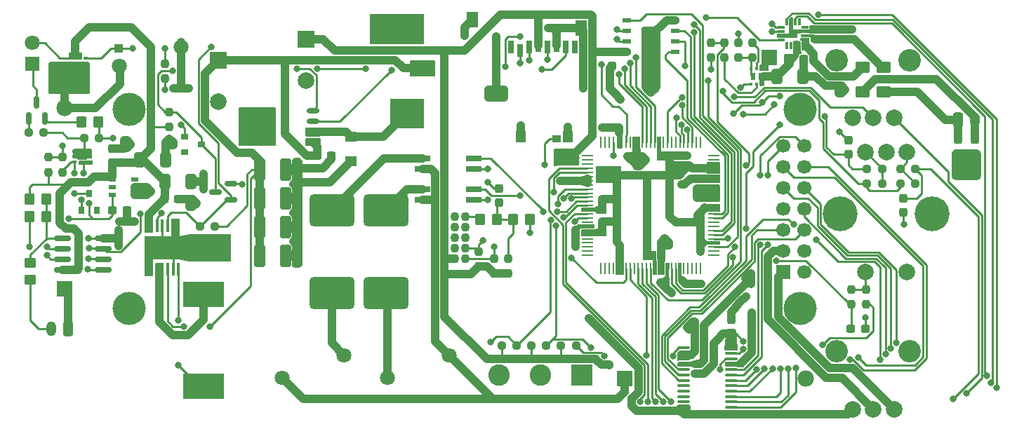
<source format=gtl>
%TF.GenerationSoftware,KiCad,Pcbnew,6.0.0-2.fc35*%
%TF.CreationDate,2022-01-11T17:09:12-08:00*%
%TF.ProjectId,Doorbell,446f6f72-6265-46c6-9c2e-6b696361645f,A*%
%TF.SameCoordinates,Original*%
%TF.FileFunction,Copper,L1,Top*%
%TF.FilePolarity,Positive*%
%FSLAX46Y46*%
G04 Gerber Fmt 4.6, Leading zero omitted, Abs format (unit mm)*
G04 Created by KiCad (PCBNEW 6.0.0-2.fc35) date 2022-01-11 17:09:12*
%MOMM*%
%LPD*%
G01*
G04 APERTURE LIST*
G04 Aperture macros list*
%AMRoundRect*
0 Rectangle with rounded corners*
0 $1 Rounding radius*
0 $2 $3 $4 $5 $6 $7 $8 $9 X,Y pos of 4 corners*
0 Add a 4 corners polygon primitive as box body*
4,1,4,$2,$3,$4,$5,$6,$7,$8,$9,$2,$3,0*
0 Add four circle primitives for the rounded corners*
1,1,$1+$1,$2,$3*
1,1,$1+$1,$4,$5*
1,1,$1+$1,$6,$7*
1,1,$1+$1,$8,$9*
0 Add four rect primitives between the rounded corners*
20,1,$1+$1,$2,$3,$4,$5,0*
20,1,$1+$1,$4,$5,$6,$7,0*
20,1,$1+$1,$6,$7,$8,$9,0*
20,1,$1+$1,$8,$9,$2,$3,0*%
%AMFreePoly0*
4,1,29,1.153536,0.528536,1.155000,0.525000,1.155000,0.125000,1.153536,0.121464,1.150000,0.120000,0.805000,0.120000,0.805000,-0.120000,1.150000,-0.120000,1.153536,-0.121464,1.155000,-0.125000,1.155000,-0.525000,1.153536,-0.528536,1.150000,-0.530000,-1.150000,-0.530000,-1.153536,-0.528536,-1.155000,-0.525000,-1.155000,-0.125000,-1.153536,-0.121464,-1.150000,-0.120000,-0.805000,-0.120000,
-0.805000,0.120000,-1.150000,0.120000,-1.153536,0.121464,-1.155000,0.125000,-1.155000,0.525000,-1.153536,0.528536,-1.150000,0.530000,1.150000,0.530000,1.153536,0.528536,1.153536,0.528536,$1*%
G04 Aperture macros list end*
%TA.AperFunction,SMDPad,CuDef*%
%ADD10RoundRect,0.250000X-0.412500X-0.650000X0.412500X-0.650000X0.412500X0.650000X-0.412500X0.650000X0*%
%TD*%
%TA.AperFunction,SMDPad,CuDef*%
%ADD11RoundRect,0.237500X-0.237500X0.300000X-0.237500X-0.300000X0.237500X-0.300000X0.237500X0.300000X0*%
%TD*%
%TA.AperFunction,SMDPad,CuDef*%
%ADD12RoundRect,0.237500X-0.300000X-0.237500X0.300000X-0.237500X0.300000X0.237500X-0.300000X0.237500X0*%
%TD*%
%TA.AperFunction,SMDPad,CuDef*%
%ADD13RoundRect,0.237500X0.237500X-0.300000X0.237500X0.300000X-0.237500X0.300000X-0.237500X-0.300000X0*%
%TD*%
%TA.AperFunction,SMDPad,CuDef*%
%ADD14R,1.400000X1.300000*%
%TD*%
%TA.AperFunction,SMDPad,CuDef*%
%ADD15R,0.800000X1.500000*%
%TD*%
%TA.AperFunction,SMDPad,CuDef*%
%ADD16R,1.000000X0.950000*%
%TD*%
%TA.AperFunction,SMDPad,CuDef*%
%ADD17R,1.300000X1.400000*%
%TD*%
%TA.AperFunction,SMDPad,CuDef*%
%ADD18R,1.400000X1.900000*%
%TD*%
%TA.AperFunction,SMDPad,CuDef*%
%ADD19R,5.003800X3.098800*%
%TD*%
%TA.AperFunction,SMDPad,CuDef*%
%ADD20R,0.300000X0.325000*%
%TD*%
%TA.AperFunction,SMDPad,CuDef*%
%ADD21R,0.613000X0.950000*%
%TD*%
%TA.AperFunction,SMDPad,CuDef*%
%ADD22R,0.480000X0.400000*%
%TD*%
%TA.AperFunction,SMDPad,CuDef*%
%ADD23R,1.150000X1.300000*%
%TD*%
%TA.AperFunction,SMDPad,CuDef*%
%ADD24R,0.710000X0.400000*%
%TD*%
%TA.AperFunction,SMDPad,CuDef*%
%ADD25RoundRect,0.150000X0.150000X-0.587500X0.150000X0.587500X-0.150000X0.587500X-0.150000X-0.587500X0*%
%TD*%
%TA.AperFunction,SMDPad,CuDef*%
%ADD26RoundRect,0.150000X0.587500X0.150000X-0.587500X0.150000X-0.587500X-0.150000X0.587500X-0.150000X0*%
%TD*%
%TA.AperFunction,SMDPad,CuDef*%
%ADD27RoundRect,0.592800X2.157200X-1.357200X2.157200X1.357200X-2.157200X1.357200X-2.157200X-1.357200X0*%
%TD*%
%TA.AperFunction,SMDPad,CuDef*%
%ADD28RoundRect,0.237500X-0.237500X0.250000X-0.237500X-0.250000X0.237500X-0.250000X0.237500X0.250000X0*%
%TD*%
%TA.AperFunction,SMDPad,CuDef*%
%ADD29RoundRect,0.237500X0.250000X0.237500X-0.250000X0.237500X-0.250000X-0.237500X0.250000X-0.237500X0*%
%TD*%
%TA.AperFunction,SMDPad,CuDef*%
%ADD30RoundRect,0.237500X-0.250000X-0.237500X0.250000X-0.237500X0.250000X0.237500X-0.250000X0.237500X0*%
%TD*%
%TA.AperFunction,SMDPad,CuDef*%
%ADD31RoundRect,0.250000X-0.350000X-0.450000X0.350000X-0.450000X0.350000X0.450000X-0.350000X0.450000X0*%
%TD*%
%TA.AperFunction,SMDPad,CuDef*%
%ADD32RoundRect,0.237500X0.237500X-0.250000X0.237500X0.250000X-0.237500X0.250000X-0.237500X-0.250000X0*%
%TD*%
%TA.AperFunction,SMDPad,CuDef*%
%ADD33RoundRect,0.008100X-0.411900X-0.126900X0.411900X-0.126900X0.411900X0.126900X-0.411900X0.126900X0*%
%TD*%
%TA.AperFunction,SMDPad,CuDef*%
%ADD34RoundRect,0.008100X-0.126900X-0.411900X0.126900X-0.411900X0.126900X0.411900X-0.126900X0.411900X0*%
%TD*%
%TA.AperFunction,SMDPad,CuDef*%
%ADD35R,1.100000X1.100000*%
%TD*%
%TA.AperFunction,SMDPad,CuDef*%
%ADD36RoundRect,0.100000X-0.637500X-0.100000X0.637500X-0.100000X0.637500X0.100000X-0.637500X0.100000X0*%
%TD*%
%TA.AperFunction,SMDPad,CuDef*%
%ADD37R,1.100000X0.500000*%
%TD*%
%TA.AperFunction,SMDPad,CuDef*%
%ADD38R,2.000000X2.000000*%
%TD*%
%TA.AperFunction,ComponentPad*%
%ADD39R,1.800000X1.800000*%
%TD*%
%TA.AperFunction,ComponentPad*%
%ADD40C,1.800000*%
%TD*%
%TA.AperFunction,SMDPad,CuDef*%
%ADD41R,1.000000X1.000000*%
%TD*%
%TA.AperFunction,SMDPad,CuDef*%
%ADD42R,0.800000X0.900000*%
%TD*%
%TA.AperFunction,SMDPad,CuDef*%
%ADD43RoundRect,0.150000X0.825000X0.150000X-0.825000X0.150000X-0.825000X-0.150000X0.825000X-0.150000X0*%
%TD*%
%TA.AperFunction,SMDPad,CuDef*%
%ADD44RoundRect,0.250000X-0.450000X0.350000X-0.450000X-0.350000X0.450000X-0.350000X0.450000X0.350000X0*%
%TD*%
%TA.AperFunction,SMDPad,CuDef*%
%ADD45R,0.876300X0.508000*%
%TD*%
%TA.AperFunction,SMDPad,CuDef*%
%ADD46FreePoly0,180.000000*%
%TD*%
%TA.AperFunction,SMDPad,CuDef*%
%ADD47R,0.500000X0.400000*%
%TD*%
%TA.AperFunction,SMDPad,CuDef*%
%ADD48R,0.920000X0.285000*%
%TD*%
%TA.AperFunction,SMDPad,CuDef*%
%ADD49R,0.355600X1.625600*%
%TD*%
%TA.AperFunction,SMDPad,CuDef*%
%ADD50R,4.089400X2.743200*%
%TD*%
%TA.AperFunction,SMDPad,CuDef*%
%ADD51RoundRect,0.250000X-0.412500X-1.100000X0.412500X-1.100000X0.412500X1.100000X-0.412500X1.100000X0*%
%TD*%
%TA.AperFunction,SMDPad,CuDef*%
%ADD52R,1.550000X0.600000*%
%TD*%
%TA.AperFunction,SMDPad,CuDef*%
%ADD53O,1.550000X0.600000*%
%TD*%
%TA.AperFunction,SMDPad,CuDef*%
%ADD54RoundRect,0.250001X0.624999X-0.462499X0.624999X0.462499X-0.624999X0.462499X-0.624999X-0.462499X0*%
%TD*%
%TA.AperFunction,ComponentPad*%
%ADD55R,2.000000X2.000000*%
%TD*%
%TA.AperFunction,ComponentPad*%
%ADD56C,2.000000*%
%TD*%
%TA.AperFunction,SMDPad,CuDef*%
%ADD57R,4.038600X3.556000*%
%TD*%
%TA.AperFunction,SMDPad,CuDef*%
%ADD58R,1.840000X0.640000*%
%TD*%
%TA.AperFunction,SMDPad,CuDef*%
%ADD59R,0.900000X0.800000*%
%TD*%
%TA.AperFunction,SMDPad,CuDef*%
%ADD60RoundRect,0.250000X0.350000X0.450000X-0.350000X0.450000X-0.350000X-0.450000X0.350000X-0.450000X0*%
%TD*%
%TA.AperFunction,SMDPad,CuDef*%
%ADD61R,0.279400X1.473200*%
%TD*%
%TA.AperFunction,SMDPad,CuDef*%
%ADD62R,1.473200X0.279400*%
%TD*%
%TA.AperFunction,ComponentPad*%
%ADD63R,2.600000X2.600000*%
%TD*%
%TA.AperFunction,ComponentPad*%
%ADD64C,2.600000*%
%TD*%
%TA.AperFunction,ComponentPad*%
%ADD65C,2.006600*%
%TD*%
%TA.AperFunction,ComponentPad*%
%ADD66C,2.717800*%
%TD*%
%TA.AperFunction,ComponentPad*%
%ADD67RoundRect,0.250000X0.350000X0.650000X-0.350000X0.650000X-0.350000X-0.650000X0.350000X-0.650000X0*%
%TD*%
%TA.AperFunction,ComponentPad*%
%ADD68O,1.200000X1.800000*%
%TD*%
%TA.AperFunction,ComponentPad*%
%ADD69R,1.980000X1.980000*%
%TD*%
%TA.AperFunction,ComponentPad*%
%ADD70C,1.980000*%
%TD*%
%TA.AperFunction,ComponentPad*%
%ADD71RoundRect,0.250000X-0.350000X-0.650000X0.350000X-0.650000X0.350000X0.650000X-0.350000X0.650000X0*%
%TD*%
%TA.AperFunction,ComponentPad*%
%ADD72C,4.000000*%
%TD*%
%TA.AperFunction,ComponentPad*%
%ADD73R,1.700000X1.700000*%
%TD*%
%TA.AperFunction,ComponentPad*%
%ADD74C,1.700000*%
%TD*%
%TA.AperFunction,ComponentPad*%
%ADD75C,4.200000*%
%TD*%
%TA.AperFunction,ComponentPad*%
%ADD76C,1.100000*%
%TD*%
%TA.AperFunction,ViaPad*%
%ADD77C,0.800000*%
%TD*%
%TA.AperFunction,Conductor*%
%ADD78C,0.250000*%
%TD*%
%TA.AperFunction,Conductor*%
%ADD79C,1.000000*%
%TD*%
G04 APERTURE END LIST*
D10*
X182571123Y-84295000D03*
X185696123Y-84295000D03*
D11*
X204413623Y-91932500D03*
X204413623Y-93657500D03*
X162673623Y-81290000D03*
X162673623Y-83015000D03*
X191163623Y-91980000D03*
X191163623Y-93705000D03*
X197841123Y-98982500D03*
X197841123Y-100707500D03*
D12*
X191471123Y-114755000D03*
X193196123Y-114755000D03*
D13*
X177043623Y-115390000D03*
X177043623Y-113665000D03*
D14*
X131163623Y-91605000D03*
X131163623Y-94505000D03*
D15*
X150463623Y-80755000D03*
X151563623Y-81155000D03*
X152663623Y-80755000D03*
X153763623Y-80555000D03*
X154863623Y-80755000D03*
X155963623Y-80555000D03*
X157063623Y-80755000D03*
X158163623Y-80755000D03*
D16*
X155963623Y-91840000D03*
D17*
X157353623Y-91615000D03*
X151653623Y-91615000D03*
D18*
X158953623Y-78465000D03*
X145803623Y-77465000D03*
D19*
X113353623Y-121694900D03*
X113353623Y-110595100D03*
D20*
X180763623Y-83360000D03*
X180113623Y-83360000D03*
X179463623Y-83360000D03*
D21*
X179647123Y-84285000D03*
D20*
X179463623Y-85210000D03*
X180113623Y-85210000D03*
X180763623Y-85210000D03*
D21*
X180580123Y-84285000D03*
D22*
X97848623Y-93975000D03*
X97848623Y-93325000D03*
X99718623Y-93325000D03*
X99718623Y-93975000D03*
D23*
X98783623Y-93690000D03*
D22*
X97848623Y-94625000D03*
X99718623Y-94625000D03*
D24*
X98783623Y-94750000D03*
D25*
X92333623Y-89342500D03*
X94233623Y-89342500D03*
X93283623Y-87467500D03*
D26*
X116731123Y-99185000D03*
X116731123Y-97285000D03*
X114856123Y-98235000D03*
D27*
X135373623Y-110495000D03*
X135373623Y-100495000D03*
X128853623Y-110485000D03*
X128853623Y-100485000D03*
D28*
X150123623Y-106292500D03*
X150123623Y-108117500D03*
D29*
X114766123Y-102415000D03*
X112941123Y-102415000D03*
D30*
X92271123Y-91095000D03*
X94096123Y-91095000D03*
D31*
X98673623Y-89795000D03*
X100673623Y-89795000D03*
D32*
X109223623Y-90427500D03*
X109223623Y-88602500D03*
D29*
X195253623Y-97205000D03*
X193428623Y-97205000D03*
D30*
X197428623Y-97205000D03*
X199253623Y-97205000D03*
X193428623Y-95485000D03*
X195253623Y-95485000D03*
X197428623Y-95485000D03*
X199253623Y-95485000D03*
D32*
X193283623Y-111817500D03*
X193283623Y-109992500D03*
X191563623Y-111817500D03*
X191563623Y-109992500D03*
D30*
X149369123Y-116789000D03*
X151194123Y-116789000D03*
X156493123Y-116789000D03*
X158318123Y-116789000D03*
D33*
X183078623Y-78365000D03*
X183078623Y-78865000D03*
X183078623Y-79365000D03*
X183078623Y-79865000D03*
D34*
X183763623Y-80550000D03*
X184263623Y-80550000D03*
X184763623Y-80550000D03*
X185263623Y-80550000D03*
D33*
X185948623Y-79865000D03*
X185948623Y-79365000D03*
X185948623Y-78865000D03*
X185948623Y-78365000D03*
D34*
X185263623Y-77680000D03*
X184763623Y-77680000D03*
X184263623Y-77680000D03*
X183763623Y-77680000D03*
D35*
X184513623Y-79115000D03*
D36*
X171301123Y-117100000D03*
X171301123Y-117750000D03*
X171301123Y-118400000D03*
X171301123Y-119050000D03*
X171301123Y-119700000D03*
X171301123Y-120350000D03*
X171301123Y-121000000D03*
X171301123Y-121650000D03*
X171301123Y-122300000D03*
X171301123Y-122950000D03*
X171301123Y-123600000D03*
X171301123Y-124250000D03*
X177026123Y-124250000D03*
X177026123Y-123600000D03*
X177026123Y-122950000D03*
X177026123Y-122300000D03*
X177026123Y-121650000D03*
X177026123Y-121000000D03*
X177026123Y-120350000D03*
X177026123Y-119700000D03*
X177026123Y-119050000D03*
X177026123Y-118400000D03*
X177026123Y-117750000D03*
X177026123Y-117100000D03*
D37*
X170263623Y-81290000D03*
X170263623Y-80020000D03*
X170263623Y-78750000D03*
X170263623Y-77480000D03*
X164463623Y-77480000D03*
X164463623Y-78750000D03*
X164463623Y-80020000D03*
X164463623Y-81290000D03*
D38*
X167363623Y-79385000D03*
D30*
X98961123Y-91735000D03*
X100786123Y-91735000D03*
X152927123Y-116789000D03*
X154752123Y-116789000D03*
D12*
X102411123Y-100485000D03*
X104136123Y-100485000D03*
D39*
X92703623Y-82765000D03*
D40*
X92703623Y-80225000D03*
D41*
X103183623Y-78385000D03*
X103183623Y-80885000D03*
D28*
X108773623Y-82732500D03*
X108773623Y-84557500D03*
D10*
X105701123Y-94355000D03*
X108826123Y-94355000D03*
D13*
X102423623Y-94697500D03*
X102423623Y-92972500D03*
D31*
X92403623Y-99105000D03*
X94403623Y-99105000D03*
D32*
X96393623Y-95887500D03*
X96393623Y-94062500D03*
X94673623Y-95887500D03*
X94673623Y-94062500D03*
D42*
X100563623Y-100465000D03*
X99613623Y-98465000D03*
X98663623Y-100465000D03*
D43*
X101298623Y-107620000D03*
X101298623Y-106350000D03*
X101298623Y-105080000D03*
X101298623Y-103810000D03*
X96348623Y-103810000D03*
X96348623Y-105080000D03*
X96348623Y-106350000D03*
X96348623Y-107620000D03*
D44*
X92483623Y-106825000D03*
X92483623Y-108825000D03*
D31*
X92393623Y-101265000D03*
X94393623Y-101265000D03*
D45*
X105058073Y-98635001D03*
X105058073Y-97685000D03*
X105058073Y-96734999D03*
X102429173Y-96734999D03*
X102429173Y-97685000D03*
X102429173Y-98635001D03*
D10*
X108751123Y-96975000D03*
X111876123Y-96975000D03*
D12*
X108621123Y-99115000D03*
X110346123Y-99115000D03*
D46*
X98273623Y-83025000D03*
D47*
X99173623Y-82050000D03*
D48*
X98273623Y-82050000D03*
D47*
X97373623Y-82050000D03*
D49*
X110363624Y-102333400D03*
X109713623Y-102333400D03*
X109063622Y-102333400D03*
X108413623Y-102333400D03*
X107763624Y-102333400D03*
X107113623Y-102333400D03*
X106463624Y-102333400D03*
X106463622Y-107616600D03*
X107113623Y-107616600D03*
X107763622Y-107616600D03*
X108413623Y-107616600D03*
X109063622Y-107616600D03*
X109713623Y-107616600D03*
X110363622Y-107616600D03*
D50*
X108413623Y-104975000D03*
D51*
X120141123Y-105935000D03*
X123266123Y-105935000D03*
X120141123Y-102475000D03*
X123266123Y-102475000D03*
X120141123Y-95555000D03*
X123266123Y-95555000D03*
X120141123Y-99015000D03*
X123266123Y-99015000D03*
D52*
X126593623Y-92270000D03*
D53*
X126593623Y-91000000D03*
X126593623Y-89730000D03*
X126593623Y-88460000D03*
X121193623Y-88460000D03*
X121193623Y-89730000D03*
X121193623Y-91000000D03*
X121193623Y-92270000D03*
D54*
X195473623Y-86162500D03*
X195473623Y-83187500D03*
X192913623Y-86142500D03*
X192913623Y-83167500D03*
D55*
X125783623Y-79765000D03*
D56*
X125783623Y-84765000D03*
D57*
X137943623Y-78585000D03*
X137943623Y-88745000D03*
D58*
X139798623Y-94170000D03*
X139798623Y-95440000D03*
X145968623Y-95440000D03*
X145968623Y-94170000D03*
X139798623Y-97930000D03*
X139798623Y-99200000D03*
X145968623Y-99200000D03*
X145968623Y-97930000D03*
D12*
X184101123Y-82155000D03*
X185826123Y-82155000D03*
D28*
X174583623Y-80192500D03*
X174583623Y-82017500D03*
D32*
X179563623Y-82017500D03*
X179563623Y-80192500D03*
D28*
X176243623Y-80192500D03*
X176243623Y-82017500D03*
X177903623Y-80192500D03*
X177903623Y-82017500D03*
D11*
X206413623Y-91932500D03*
X206413623Y-93657500D03*
D59*
X111113623Y-93435000D03*
X113113623Y-92485000D03*
X111113623Y-91535000D03*
D55*
X115203623Y-82305000D03*
D56*
X115203623Y-87305000D03*
D12*
X127111123Y-93845000D03*
X128836123Y-93845000D03*
D28*
X146603623Y-105452500D03*
X146603623Y-107277500D03*
D60*
X152723623Y-101525000D03*
X150723623Y-101525000D03*
D28*
X148403623Y-106292500D03*
X148403623Y-108117500D03*
D60*
X148763623Y-101525000D03*
X146763623Y-101525000D03*
D61*
X161343622Y-107515000D03*
X161843624Y-107515000D03*
X162343623Y-107515000D03*
X162843622Y-107515000D03*
X163343623Y-107515000D03*
X163843622Y-107515000D03*
X164343624Y-107515000D03*
X164843623Y-107515000D03*
X165343622Y-107515000D03*
X165843623Y-107515000D03*
X166343622Y-107515000D03*
X166843621Y-107515000D03*
X167343623Y-107515000D03*
X167843622Y-107515000D03*
X168343624Y-107515000D03*
X168843623Y-107515000D03*
X169343622Y-107515000D03*
X169843623Y-107515000D03*
X170343622Y-107515000D03*
X170843624Y-107515000D03*
X171343623Y-107515000D03*
X171843622Y-107515000D03*
X172343623Y-107515000D03*
X172843622Y-107515000D03*
X173343624Y-107515000D03*
D62*
X174963623Y-105895001D03*
X174963623Y-105394999D03*
X174963623Y-104895000D03*
X174963623Y-104395001D03*
X174963623Y-103895000D03*
X174963623Y-103395001D03*
X174963623Y-102894999D03*
X174963623Y-102395000D03*
X174963623Y-101895001D03*
X174963623Y-101395000D03*
X174963623Y-100895001D03*
X174963623Y-100394999D03*
X174963623Y-99895000D03*
X174963623Y-99395001D03*
X174963623Y-98894999D03*
X174963623Y-98395000D03*
X174963623Y-97894999D03*
X174963623Y-97395000D03*
X174963623Y-96895001D03*
X174963623Y-96394999D03*
X174963623Y-95895000D03*
X174963623Y-95394999D03*
X174963623Y-94895000D03*
X174963623Y-94395001D03*
X174963623Y-93894999D03*
D61*
X173343624Y-92275000D03*
X172843622Y-92275000D03*
X172343623Y-92275000D03*
X171843624Y-92275000D03*
X171343623Y-92275000D03*
X170843624Y-92275000D03*
X170343622Y-92275000D03*
X169843623Y-92275000D03*
X169343624Y-92275000D03*
X168843623Y-92275000D03*
X168343624Y-92275000D03*
X167843622Y-92275000D03*
X167343623Y-92275000D03*
X166843624Y-92275000D03*
X166343622Y-92275000D03*
X165843623Y-92275000D03*
X165343622Y-92275000D03*
X164843623Y-92275000D03*
X164343624Y-92275000D03*
X163843622Y-92275000D03*
X163343623Y-92275000D03*
X162843622Y-92275000D03*
X162343623Y-92275000D03*
X161843624Y-92275000D03*
X161343622Y-92275000D03*
D62*
X159723623Y-93894999D03*
X159723623Y-94395001D03*
X159723623Y-94895000D03*
X159723623Y-95394999D03*
X159723623Y-95895000D03*
X159723623Y-96394999D03*
X159723623Y-96895001D03*
X159723623Y-97395000D03*
X159723623Y-97894999D03*
X159723623Y-98395000D03*
X159723623Y-98894999D03*
X159723623Y-99395001D03*
X159723623Y-99895000D03*
X159723623Y-100394999D03*
X159723623Y-100895001D03*
X159723623Y-101395000D03*
X159723623Y-101895001D03*
X159723623Y-102395000D03*
X159723623Y-102894999D03*
X159723623Y-103395001D03*
X159723623Y-103895000D03*
X159723623Y-104395001D03*
X159723623Y-104895000D03*
X159723623Y-105394999D03*
X159723623Y-105895001D03*
D11*
X149033623Y-97802500D03*
X149033623Y-99527500D03*
D63*
X159053623Y-120375000D03*
D64*
X154053623Y-120375000D03*
X149053623Y-120375000D03*
D40*
X103203623Y-83015000D03*
X110703623Y-80715000D03*
D65*
X196683623Y-124483000D03*
X194194423Y-124483000D03*
X191705223Y-124483000D03*
D66*
X198594623Y-117483000D03*
X189794223Y-117483000D03*
D67*
X97043623Y-114795000D03*
D68*
X95043623Y-114795000D03*
D69*
X96643623Y-109965000D03*
D70*
X96643623Y-88125000D03*
D69*
X164233623Y-120795000D03*
D70*
X186073623Y-120795000D03*
D71*
X204413623Y-89535000D03*
D68*
X206413623Y-89535000D03*
D72*
X185393623Y-88280000D03*
X104393623Y-112280000D03*
X185393623Y-112280000D03*
X104393623Y-88280000D03*
D73*
X183353623Y-107900000D03*
D74*
X185893623Y-107900000D03*
X183353623Y-105360000D03*
X185893623Y-105360000D03*
X183353623Y-102820000D03*
X185893623Y-102820000D03*
X183353623Y-100280000D03*
X185893623Y-100280000D03*
X183353623Y-97740000D03*
X185893623Y-97740000D03*
X183353623Y-95200000D03*
X185893623Y-95200000D03*
X183353623Y-92660000D03*
X185893623Y-92660000D03*
D65*
X196693623Y-89315000D03*
X194204423Y-89315000D03*
X191715223Y-89315000D03*
D66*
X198604623Y-82315000D03*
X189804223Y-82315000D03*
D40*
X135543623Y-120695000D03*
X143043623Y-117995000D03*
D56*
X193253623Y-107895000D03*
X198253623Y-107895000D03*
X193253623Y-93395000D03*
X198253623Y-93395000D03*
X195753623Y-93395000D03*
D75*
X190203623Y-100895000D03*
X201303623Y-100895000D03*
D40*
X122843623Y-120695000D03*
X130343623Y-117995000D03*
D76*
X143733623Y-106305000D03*
X145003623Y-106305000D03*
X143733623Y-105035000D03*
X145003623Y-105035000D03*
X143733623Y-103765000D03*
X145003623Y-103765000D03*
X143733623Y-102495000D03*
X145003623Y-102495000D03*
X143733623Y-101225000D03*
X145003623Y-101225000D03*
D77*
X112908623Y-104975000D03*
X115018623Y-103920000D03*
X108018623Y-105500000D03*
X111853623Y-103920000D03*
X111853623Y-104975000D03*
X109073623Y-104445000D03*
X116073623Y-104975000D03*
X111853623Y-106030000D03*
X112908623Y-103920000D03*
X109073623Y-105500000D03*
X110128623Y-105500000D03*
X106963623Y-105500000D03*
X115018623Y-106030000D03*
X106963623Y-104445000D03*
X112908623Y-106030000D03*
X108018623Y-104445000D03*
X113963623Y-104975000D03*
X113963623Y-103920000D03*
X115018623Y-104975000D03*
X116073623Y-106030000D03*
X110128623Y-104445000D03*
X113963623Y-106030000D03*
X116073623Y-103920000D03*
X124653623Y-96000000D03*
X124653623Y-97055000D03*
X124653623Y-98110000D03*
X124653623Y-99165000D03*
X124653623Y-100220000D03*
X124653623Y-101275000D03*
X124653623Y-102330000D03*
X124653623Y-103385000D03*
X124653623Y-104440000D03*
X124653623Y-105495000D03*
X124653623Y-106550000D03*
X119343623Y-89830000D03*
X119343623Y-90885000D03*
X119343623Y-91940000D03*
X167888623Y-85435000D03*
X205413623Y-95095000D03*
X206468623Y-95095000D03*
X204358623Y-96150000D03*
X205413623Y-96150000D03*
X206468623Y-96150000D03*
X118298623Y-91940000D03*
X118298623Y-89830000D03*
X118298623Y-88775000D03*
X118298623Y-90885000D03*
X162523623Y-90505000D03*
X109273623Y-91815000D03*
X103123623Y-102875000D03*
X107003623Y-98165000D03*
X105063623Y-101805000D03*
X119343623Y-88775000D03*
X169853623Y-110495000D03*
X108773623Y-85875000D03*
X103803623Y-92015000D03*
X177573623Y-112205000D03*
X179544063Y-114675000D03*
X189733623Y-78605000D03*
X104133623Y-101795000D03*
X174573623Y-83415000D03*
X197853623Y-102175000D03*
X111713623Y-99115000D03*
X163053623Y-86395000D03*
X147773623Y-86855000D03*
X172953623Y-97805000D03*
X104603623Y-92485000D03*
X190143623Y-90985000D03*
X159183623Y-85755000D03*
X103193623Y-101795000D03*
X178203623Y-85625000D03*
X158233623Y-103965000D03*
X161193623Y-114855000D03*
X109753623Y-85765000D03*
X172663623Y-114835000D03*
X106203623Y-98635000D03*
X167353623Y-86225000D03*
X173383623Y-109325000D03*
X172663623Y-113905000D03*
X98623623Y-99155000D03*
X190003623Y-85435000D03*
X147663623Y-99155000D03*
X177303623Y-88819990D03*
X109743623Y-92615000D03*
X171768623Y-114580000D03*
X172453623Y-109325000D03*
X124653623Y-94945000D03*
X158403623Y-96885000D03*
X151653623Y-90245000D03*
X113403623Y-96045000D03*
X163713623Y-87075000D03*
X144863623Y-79415000D03*
X156413623Y-96885000D03*
X106213623Y-97685000D03*
X110693623Y-90175000D03*
X102463623Y-91725000D03*
X112513623Y-99585000D03*
X147773623Y-85925000D03*
X157353623Y-96885000D03*
X178855193Y-110846570D03*
X148703623Y-86845000D03*
X159873623Y-113535000D03*
X111703623Y-100045000D03*
X168503623Y-109215000D03*
X148703623Y-79425000D03*
X190013623Y-86365000D03*
X103123623Y-104745000D03*
X111623623Y-85765000D03*
X108803623Y-92615000D03*
X113403623Y-97905000D03*
X113403623Y-96975000D03*
X190663623Y-78625000D03*
X193193623Y-113435000D03*
X182867623Y-86679999D03*
X179544063Y-112785000D03*
X147663623Y-95435000D03*
X149633623Y-86855000D03*
X158233623Y-103035000D03*
X178195193Y-111506570D03*
X166833623Y-85435000D03*
X190813623Y-85885000D03*
X154953623Y-78465000D03*
X162373623Y-85745000D03*
X110693623Y-85765000D03*
X171523623Y-109325000D03*
X158233623Y-104895000D03*
X160538623Y-114200000D03*
X103803623Y-92965000D03*
X173663623Y-98395000D03*
X157353623Y-90385000D03*
X180763623Y-87445000D03*
X161483623Y-90515000D03*
X118023623Y-97295000D03*
X148703623Y-85915000D03*
X204358623Y-95095000D03*
X149633623Y-85925000D03*
X172913623Y-98945000D03*
X99533623Y-103815000D03*
X103123623Y-103805000D03*
X163553623Y-90505000D03*
X191603623Y-78635000D03*
X179544063Y-113735000D03*
X169223623Y-109805000D03*
X147723623Y-97075000D03*
X171053623Y-97255000D03*
X169053623Y-103865000D03*
X168593623Y-104675000D03*
X164523623Y-93905000D03*
X172123623Y-96655000D03*
X166738623Y-94330000D03*
X165593623Y-95115000D03*
X169523623Y-104675000D03*
X135203623Y-78585000D03*
X135203623Y-79640000D03*
X156143623Y-93560000D03*
X157198623Y-94615000D03*
X157198623Y-93560000D03*
X158253623Y-94615000D03*
X158253623Y-93560000D03*
X163233623Y-95620000D03*
X161123623Y-96675000D03*
X161123623Y-95620000D03*
X162178623Y-96675000D03*
X162178623Y-95620000D03*
X163233623Y-96675000D03*
X134148623Y-79640000D03*
X134148623Y-77530000D03*
X134148623Y-78585000D03*
X156143623Y-94615000D03*
X169633623Y-93895000D03*
X135203623Y-77530000D03*
X178517563Y-116288878D03*
X170703623Y-93895000D03*
X163233623Y-102415000D03*
X188064164Y-116733575D03*
X161453623Y-101845000D03*
X162353623Y-99125000D03*
X161403623Y-119125000D03*
X173343623Y-103095000D03*
X172665143Y-120195000D03*
X166873623Y-104675000D03*
X170543623Y-95015000D03*
X163593623Y-104675000D03*
X162353623Y-101845000D03*
X163233623Y-103545000D03*
X162343623Y-119165000D03*
X171983623Y-95015000D03*
X166873623Y-103695000D03*
X173333623Y-105435000D03*
X171338623Y-95660000D03*
X166873623Y-102775000D03*
X163233623Y-100015000D03*
X174381465Y-119572843D03*
X173003623Y-101885000D03*
X160763623Y-118445000D03*
X136043623Y-83515000D03*
X171743623Y-93895000D03*
X161453623Y-99125000D03*
X173613623Y-120171520D03*
X98883623Y-95965000D03*
X94533623Y-104845000D03*
X97103623Y-101485000D03*
X99603623Y-99625000D03*
X99543623Y-106335000D03*
X139808623Y-82785000D03*
X140863623Y-82785000D03*
X138753623Y-83840000D03*
X139808623Y-83840000D03*
X140863623Y-83840000D03*
X182158623Y-81475000D03*
X181103623Y-82530000D03*
X182158623Y-82530000D03*
X110363623Y-119185000D03*
X138753623Y-82785000D03*
X111033623Y-114485000D03*
X110363623Y-113775000D03*
X181103623Y-81475000D03*
X177903623Y-79145000D03*
X114173623Y-114485000D03*
X177523623Y-104885000D03*
X178830169Y-102665000D03*
X182865326Y-90155999D03*
X188297624Y-89090325D03*
X203853623Y-123215000D03*
X166087565Y-123611212D03*
X182467399Y-106524746D03*
X177259657Y-106131034D03*
X108773623Y-80915000D03*
X104883623Y-80915000D03*
X97823623Y-98455000D03*
X108343572Y-100844949D03*
X99553623Y-105055000D03*
X105761469Y-100852840D03*
X97843623Y-95945000D03*
X124690623Y-83332000D03*
X109676623Y-83625000D03*
X184813623Y-119525000D03*
X187303623Y-104055000D03*
X195029683Y-118521145D03*
X181479575Y-104584008D03*
X181483623Y-96255000D03*
X196323890Y-117175197D03*
X182962328Y-119585896D03*
X179463623Y-108075000D03*
X178788671Y-108710048D03*
X179463623Y-109355000D03*
X192413962Y-118229167D03*
X181070851Y-119602227D03*
X180557946Y-96215887D03*
X180536562Y-104605659D03*
X191407646Y-118458500D03*
X180103376Y-119648341D03*
X196963612Y-116505000D03*
X182036240Y-119558200D03*
X195673623Y-117855000D03*
X183888818Y-119581049D03*
X184570118Y-102175877D03*
X95593623Y-84450000D03*
X96648623Y-85505000D03*
X96648623Y-84450000D03*
X98758623Y-84450000D03*
X95593623Y-85505000D03*
X97703623Y-85505000D03*
X95593623Y-83395000D03*
X98758623Y-85505000D03*
X97703623Y-84450000D03*
X148433623Y-104905000D03*
X156127223Y-99678520D03*
X156815143Y-99026520D03*
X147113623Y-104085000D03*
X155665623Y-98289010D03*
X154564822Y-94983801D03*
X162863623Y-93875000D03*
X164209623Y-83389236D03*
X154199735Y-83458142D03*
X154853623Y-82225000D03*
X165513623Y-82016020D03*
X152663623Y-82305000D03*
X164861623Y-82720822D03*
X151543623Y-82695000D03*
X163557623Y-84054937D03*
X173993623Y-77175000D03*
X132940623Y-83332000D03*
X127133623Y-83332000D03*
X151597878Y-79492000D03*
X149773623Y-83105000D03*
X114283623Y-80777998D03*
X176633623Y-103885000D03*
X178830669Y-95085000D03*
X161369941Y-82877155D03*
X152723623Y-103145000D03*
X157783623Y-106185000D03*
X99463623Y-107595000D03*
X92383623Y-104845000D03*
X96393623Y-92705000D03*
X94523623Y-105925000D03*
X176055623Y-86109970D03*
X171103191Y-86818004D03*
X148033623Y-116375000D03*
X155269730Y-101653176D03*
X156089951Y-100604773D03*
X178517563Y-117215381D03*
X175686222Y-119717230D03*
X160103623Y-117041980D03*
X155912612Y-102321034D03*
X156791142Y-101330451D03*
X161777078Y-118046764D03*
X170045247Y-118042624D03*
X166851949Y-117996674D03*
X167014398Y-123593554D03*
X205419304Y-122570681D03*
X177433623Y-86761970D03*
X171106614Y-87745000D03*
X178543669Y-88823348D03*
X181943623Y-78855000D03*
X182215623Y-87697001D03*
X171691623Y-90757669D03*
X171040816Y-90097531D03*
X170460446Y-89328278D03*
X187526243Y-76823980D03*
X167941395Y-123596677D03*
X209083623Y-121915000D03*
X181972577Y-77928450D03*
X208394260Y-121267670D03*
X168877096Y-123601535D03*
X207918603Y-120461712D03*
X169803623Y-123571875D03*
X154361622Y-100625000D03*
X158172176Y-101793553D03*
X157746177Y-99047000D03*
X151613623Y-98665000D03*
X163253623Y-79768000D03*
X172562864Y-78960210D03*
X172592219Y-78033673D03*
X163243623Y-78635000D03*
X174265005Y-84805000D03*
X171483624Y-83055000D03*
D78*
X109713623Y-107616600D02*
X109713623Y-106275000D01*
X109713623Y-106275000D02*
X108413623Y-104975000D01*
X108413623Y-102333400D02*
X108413623Y-104975000D01*
D79*
X171523623Y-109325000D02*
X172453623Y-109325000D01*
X172023623Y-114835000D02*
X171768623Y-114580000D01*
X159190624Y-78702001D02*
X159190624Y-85747999D01*
X156413623Y-96885000D02*
X157353623Y-96885000D01*
D78*
X180417642Y-87790981D02*
X180763623Y-87445000D01*
X193196123Y-114755000D02*
X193196123Y-113437500D01*
D79*
X112043623Y-99115000D02*
X112513623Y-99585000D01*
X173073623Y-97805000D02*
X173663623Y-98395000D01*
X165128819Y-123118251D02*
X165850134Y-122396936D01*
X190363623Y-85435000D02*
X190813623Y-85885000D01*
X103803623Y-92015000D02*
X104133623Y-92015000D01*
X128836123Y-93845000D02*
X128836123Y-94320000D01*
X170263623Y-77480000D02*
X169268623Y-77480000D01*
X171103624Y-108925001D02*
X171095632Y-108917009D01*
X105058073Y-97685000D02*
X106213623Y-97685000D01*
X165060564Y-123118251D02*
X165128819Y-123118251D01*
X167888623Y-85435000D02*
X167888623Y-85690000D01*
D78*
X145968623Y-99200000D02*
X147618623Y-99200000D01*
D79*
X171351217Y-125076520D02*
X170912910Y-124638213D01*
X172663623Y-114835000D02*
X172023623Y-114835000D01*
X147783623Y-85915000D02*
X147773623Y-85925000D01*
X106203622Y-98635001D02*
X106203623Y-98635000D01*
D78*
X147618623Y-99200000D02*
X147663623Y-99155000D01*
D79*
X166833623Y-85705000D02*
X167353623Y-86225000D01*
X103803623Y-92965000D02*
X104123623Y-92965000D01*
D78*
X174583623Y-83405000D02*
X174573623Y-83415000D01*
D79*
X101298623Y-103810000D02*
X103118623Y-103810000D01*
X149633623Y-86855000D02*
X148713623Y-86855000D01*
X108826123Y-94355000D02*
X108826123Y-92637500D01*
D78*
X147658623Y-95440000D02*
X147663623Y-95435000D01*
D79*
X106533623Y-98635000D02*
X107003623Y-98165000D01*
X144863623Y-78405000D02*
X145803623Y-77465000D01*
X157353623Y-91615000D02*
X157353623Y-90385000D01*
X168503623Y-109215000D02*
X168888949Y-109215000D01*
X128613623Y-97055000D02*
X131163623Y-94505000D01*
X148703623Y-79425000D02*
X148703623Y-85915000D01*
X106203623Y-98635000D02*
X106533623Y-98635000D01*
D78*
X108773623Y-84557500D02*
X108773623Y-85875000D01*
D79*
X105058073Y-98635001D02*
X106203622Y-98635001D01*
X125053622Y-95344999D02*
X124653623Y-94945000D01*
X108803623Y-92615000D02*
X109743623Y-92615000D01*
X172665633Y-117501140D02*
X172665633Y-114837010D01*
D78*
X92483623Y-113745000D02*
X93533623Y-114795000D01*
D79*
X110693623Y-85765000D02*
X111623623Y-85765000D01*
X159723623Y-96895001D02*
X158413624Y-96895001D01*
X170912910Y-124638213D02*
X165594604Y-124638213D01*
D78*
X149033623Y-97802500D02*
X148451123Y-97802500D01*
D79*
X159723623Y-96895001D02*
X159723623Y-97128298D01*
X162523623Y-90505000D02*
X161493623Y-90505000D01*
X160538623Y-114200000D02*
X159873623Y-113535000D01*
X110693623Y-85765000D02*
X109753623Y-85765000D01*
X178195193Y-111506570D02*
X178855193Y-110846570D01*
X188391257Y-85435000D02*
X190003623Y-85435000D01*
X109743623Y-92615000D02*
X109743623Y-92285000D01*
X106523623Y-97685000D02*
X107003623Y-98165000D01*
X172913623Y-98945000D02*
X174913622Y-98945000D01*
X147773623Y-86855000D02*
X148693623Y-86855000D01*
X191593623Y-78625000D02*
X191603623Y-78635000D01*
X190643623Y-78605000D02*
X190663623Y-78625000D01*
D78*
X174583623Y-82017500D02*
X174583623Y-83405000D01*
X92483623Y-108825000D02*
X92483623Y-113745000D01*
D79*
X168888949Y-109215000D02*
X169092103Y-109011846D01*
X155533623Y-78465000D02*
X154953623Y-78465000D01*
X163553623Y-90505000D02*
X162523623Y-90505000D01*
X111713623Y-100035000D02*
X111703623Y-100045000D01*
D78*
X197841123Y-100707500D02*
X197841123Y-102162500D01*
D79*
X104136123Y-100485000D02*
X104136123Y-101792500D01*
D78*
X180763623Y-87445000D02*
X181528624Y-86679999D01*
X177303623Y-88819990D02*
X178332632Y-87790981D01*
D79*
X110703623Y-85755000D02*
X110693623Y-85765000D01*
X179544063Y-117690987D02*
X179544063Y-114675000D01*
X105058073Y-97685000D02*
X105058073Y-98635001D01*
D78*
X185948623Y-78865000D02*
X184763623Y-78865000D01*
D79*
X103123623Y-103805000D02*
X103123623Y-102875000D01*
X159723623Y-96695000D02*
X159723623Y-96661701D01*
X103118623Y-103810000D02*
X103123623Y-103805000D01*
D78*
X148451123Y-97802500D02*
X147723623Y-97075000D01*
D79*
X185696123Y-84295000D02*
X187251257Y-84295000D01*
X111713623Y-99115000D02*
X111713623Y-100035000D01*
D78*
X111113623Y-91535000D02*
X111113623Y-90595000D01*
D79*
X158413624Y-96895001D02*
X158403623Y-96885000D01*
X162673623Y-83015000D02*
X162373623Y-83315000D01*
X148703623Y-85915000D02*
X148703623Y-86845000D01*
D78*
X197841123Y-102162500D02*
X197853623Y-102175000D01*
D79*
X106213623Y-97685000D02*
X106523623Y-97685000D01*
D78*
X118013623Y-97285000D02*
X118023623Y-97295000D01*
D79*
X111713623Y-99115000D02*
X112043623Y-99115000D01*
X108803623Y-92285000D02*
X109273623Y-91815000D01*
D78*
X145968623Y-95440000D02*
X147658623Y-95440000D01*
X178332632Y-87790981D02*
X180417642Y-87790981D01*
D79*
X104133623Y-101795000D02*
X103193623Y-101795000D01*
D78*
X100786123Y-91735000D02*
X102453623Y-91735000D01*
D79*
X185826123Y-82155000D02*
X185826123Y-84165000D01*
D78*
X116793623Y-97285000D02*
X118013623Y-97285000D01*
D79*
X104123623Y-92965000D02*
X104603623Y-92485000D01*
X155963623Y-80555000D02*
X155963623Y-78895000D01*
D78*
X181528624Y-86679999D02*
X182867623Y-86679999D01*
D79*
X177573623Y-112205000D02*
X177573623Y-112128140D01*
X113403623Y-96975000D02*
X113403623Y-97905000D01*
D78*
X99533623Y-103815000D02*
X101293623Y-103815000D01*
D79*
X161493623Y-90505000D02*
X161483623Y-90515000D01*
X172663623Y-114835000D02*
X172663623Y-113905000D01*
X108803623Y-92615000D02*
X108803623Y-92285000D01*
X165850134Y-122396936D02*
X165850134Y-119511511D01*
D78*
X191138623Y-91980000D02*
X190143623Y-90985000D01*
D79*
X169093623Y-109805000D02*
X168503623Y-109215000D01*
X110346123Y-99115000D02*
X111713623Y-99115000D01*
X163553623Y-90505000D02*
X163553623Y-91095000D01*
D78*
X169343622Y-107515000D02*
X169343622Y-108375001D01*
D79*
X172953623Y-97805000D02*
X174873624Y-97805000D01*
X148703623Y-85915000D02*
X149623623Y-85915000D01*
X169268623Y-77480000D02*
X167363623Y-79385000D01*
X105053623Y-101795000D02*
X105063623Y-101805000D01*
X174873624Y-97805000D02*
X174963623Y-97894999D01*
X190013623Y-86365000D02*
X190333623Y-86365000D01*
D78*
X184263623Y-78865000D02*
X184513623Y-79115000D01*
D79*
X148703623Y-85915000D02*
X147783623Y-85915000D01*
X159723623Y-96895001D02*
X159723623Y-96695000D01*
X158953623Y-78465000D02*
X155533623Y-78465000D01*
D78*
X170843624Y-107515000D02*
X170843624Y-108645001D01*
D79*
X171523623Y-109325000D02*
X171123624Y-108925001D01*
X177573623Y-112128140D02*
X178195193Y-111506570D01*
X177043623Y-113665000D02*
X177043623Y-112735000D01*
X172953623Y-97805000D02*
X172953623Y-98905000D01*
D78*
X191163623Y-91980000D02*
X191138623Y-91980000D01*
D79*
X172953623Y-98905000D02*
X172913623Y-98945000D01*
X172953623Y-97805000D02*
X173073623Y-97805000D01*
X148693623Y-86855000D02*
X148703623Y-86845000D01*
D78*
X102453623Y-91735000D02*
X102463623Y-91725000D01*
D79*
X172665633Y-114837010D02*
X172663623Y-114835000D01*
X169223623Y-109865000D02*
X169853623Y-110495000D01*
X191111703Y-125076520D02*
X171351217Y-125076520D01*
X172443623Y-113905000D02*
X171768623Y-114580000D01*
X157353623Y-96885000D02*
X158403623Y-96885000D01*
X108826123Y-92637500D02*
X108803623Y-92615000D01*
X111876123Y-96975000D02*
X113403623Y-96975000D01*
X190003623Y-85435000D02*
X190003623Y-86355000D01*
D78*
X179463623Y-85210000D02*
X178618623Y-85210000D01*
D79*
X102423623Y-92972500D02*
X103796123Y-92972500D01*
D78*
X184263623Y-77680000D02*
X184263623Y-78865000D01*
X111113623Y-90595000D02*
X110693623Y-90175000D01*
D79*
X172665633Y-117501140D02*
X172239763Y-117927010D01*
X190663623Y-78625000D02*
X191593623Y-78625000D01*
X111703623Y-100045000D02*
X112053623Y-100045000D01*
X189733623Y-78605000D02*
X190643623Y-78605000D01*
X171123624Y-108925001D02*
X171103624Y-108925001D01*
D78*
X170843624Y-108645001D02*
X171523623Y-109325000D01*
D79*
X169092103Y-109673480D02*
X169092103Y-109011846D01*
X172663623Y-113905000D02*
X172443623Y-113905000D01*
X172913623Y-98945000D02*
X173113623Y-98945000D01*
X165594604Y-124638213D02*
X165060564Y-124104173D01*
X165850134Y-119511511D02*
X161193623Y-114855000D01*
X163053623Y-86395000D02*
X163053623Y-86415000D01*
D78*
X184763623Y-78865000D02*
X184513623Y-79115000D01*
D79*
X177043623Y-112735000D02*
X177573623Y-112205000D01*
X158953623Y-78465000D02*
X159190624Y-78702001D01*
X172453623Y-109325000D02*
X173383623Y-109325000D01*
X166833623Y-85435000D02*
X166833623Y-85705000D01*
X127811124Y-95344999D02*
X125053622Y-95344999D01*
D78*
X158873623Y-102395000D02*
X158233623Y-103035000D01*
X98663623Y-99195000D02*
X98623623Y-99155000D01*
X178618623Y-85210000D02*
X178203623Y-85625000D01*
D79*
X190003623Y-86355000D02*
X190013623Y-86365000D01*
X179544063Y-114675000D02*
X179544063Y-113735000D01*
X104133623Y-101795000D02*
X105053623Y-101795000D01*
X167888623Y-85690000D02*
X167353623Y-86225000D01*
X103796123Y-92972500D02*
X103803623Y-92965000D01*
X113403623Y-96975000D02*
X113403623Y-96045000D01*
D78*
X93533623Y-114795000D02*
X95043623Y-114795000D01*
X101293623Y-103815000D02*
X101298623Y-103810000D01*
D79*
X191705223Y-124483000D02*
X191111703Y-125076520D01*
X149633623Y-85925000D02*
X149633623Y-86855000D01*
D78*
X184263623Y-79365000D02*
X184513623Y-79115000D01*
D79*
X179500090Y-117690987D02*
X178290134Y-118900943D01*
X163053623Y-86415000D02*
X163713623Y-87075000D01*
X162403623Y-85745000D02*
X163053623Y-86395000D01*
X158233623Y-103965000D02*
X158233623Y-104895000D01*
D78*
X100786123Y-91735000D02*
X100786123Y-89907500D01*
D79*
X158233623Y-103035000D02*
X158233623Y-102825000D01*
X190003623Y-85435000D02*
X190363623Y-85435000D01*
X104133623Y-92015000D02*
X104603623Y-92485000D01*
D78*
X98663623Y-100465000D02*
X98663623Y-99195000D01*
D79*
X165060564Y-124104173D02*
X165060564Y-123118251D01*
X185826123Y-84165000D02*
X185696123Y-84295000D01*
X159190624Y-85747999D02*
X159183623Y-85755000D01*
X128836123Y-94320000D02*
X127811124Y-95344999D01*
X109743623Y-92285000D02*
X109273623Y-91815000D01*
X103123623Y-103805000D02*
X103123623Y-104745000D01*
X103803623Y-92965000D02*
X103803623Y-92015000D01*
X173663623Y-98395000D02*
X174963623Y-98395000D01*
D78*
X100786123Y-89907500D02*
X100673623Y-89795000D01*
D79*
X144863623Y-79415000D02*
X144863623Y-78405000D01*
X151653623Y-91615000D02*
X151653623Y-90245000D01*
X148713623Y-86855000D02*
X148703623Y-86845000D01*
X104136123Y-101792500D02*
X104133623Y-101795000D01*
X110703623Y-80115000D02*
X110703623Y-85755000D01*
X162373623Y-83315000D02*
X162373623Y-85745000D01*
X179544063Y-117690987D02*
X179500090Y-117690987D01*
X147773623Y-85925000D02*
X147773623Y-86855000D01*
X149623623Y-85915000D02*
X149633623Y-85925000D01*
X124653623Y-97055000D02*
X128613623Y-97055000D01*
X158233623Y-103035000D02*
X158233623Y-103965000D01*
D78*
X183078623Y-79365000D02*
X184263623Y-79365000D01*
D79*
X187251257Y-84295000D02*
X188391257Y-85435000D01*
X112053623Y-100045000D02*
X112513623Y-99585000D01*
D78*
X159723623Y-102395000D02*
X158873623Y-102395000D01*
D79*
X174913622Y-98945000D02*
X174963623Y-98894999D01*
X161193623Y-114855000D02*
X160538623Y-114200000D01*
X190333623Y-86365000D02*
X190813623Y-85885000D01*
X187103623Y-78605000D02*
X189733623Y-78605000D01*
X162373623Y-85745000D02*
X162403623Y-85745000D01*
X155963623Y-78895000D02*
X155533623Y-78465000D01*
X173113623Y-98945000D02*
X173663623Y-98395000D01*
X179544063Y-113735000D02*
X179544063Y-112785000D01*
D78*
X180763623Y-84468500D02*
X180580123Y-84285000D01*
X180763623Y-85210000D02*
X180763623Y-84468500D01*
D79*
X184101123Y-82765000D02*
X182571123Y-84295000D01*
D78*
X180580123Y-84285000D02*
X180933623Y-84285000D01*
D79*
X182571123Y-84295000D02*
X180943623Y-84295000D01*
X184101123Y-82155000D02*
X184101123Y-82765000D01*
D78*
X180933623Y-84285000D02*
X180943623Y-84295000D01*
D79*
X165593623Y-93529903D02*
X165593623Y-93165000D01*
X165593623Y-95115000D02*
X165593623Y-94975000D01*
X164523623Y-93905000D02*
X165218526Y-93905000D01*
X165593623Y-95115000D02*
X165953623Y-95115000D01*
X165593623Y-95115000D02*
X165593623Y-93529903D01*
X169523623Y-104675000D02*
X168593623Y-104675000D01*
X164523623Y-93905000D02*
X166313623Y-93905000D01*
D78*
X168593622Y-106260098D02*
X168593622Y-107544999D01*
D79*
X165593623Y-94975000D02*
X164523623Y-93905000D01*
X168593623Y-104325000D02*
X169053623Y-103865000D01*
X166313623Y-93905000D02*
X166738623Y-94330000D01*
X172123623Y-96655000D02*
X173993623Y-96655000D01*
X168593623Y-104675000D02*
X168593622Y-106260098D01*
X171409604Y-97369019D02*
X171053623Y-97369019D01*
X169523623Y-104335000D02*
X169053623Y-103865000D01*
X169523623Y-104675000D02*
X169523623Y-104335000D01*
X165218526Y-93905000D02*
X165593623Y-93529903D01*
X172123623Y-96655000D02*
X171409604Y-97369019D01*
X168593623Y-104675000D02*
X168593623Y-104325000D01*
X165953623Y-95115000D02*
X166738623Y-94330000D01*
X201813623Y-84625000D02*
X194431123Y-84625000D01*
X206413623Y-89535000D02*
X206413623Y-89225000D01*
X206413623Y-89225000D02*
X201813623Y-84625000D01*
X194431123Y-84625000D02*
X192913623Y-86142500D01*
X206413623Y-89535000D02*
X206413623Y-91932500D01*
X202905111Y-89535000D02*
X204413623Y-89535000D01*
X199532611Y-86162500D02*
X202905111Y-89535000D01*
X195473623Y-86162500D02*
X199532611Y-86162500D01*
X204413623Y-89535000D02*
X204413623Y-91932500D01*
X169773623Y-95015000D02*
X169633623Y-95155000D01*
X160317634Y-77050409D02*
X160317634Y-81440989D01*
X163233623Y-104315000D02*
X163593623Y-104675000D01*
X177043623Y-115390000D02*
X176088623Y-115390000D01*
X176088623Y-115390000D02*
X175366663Y-116111960D01*
X143733623Y-106305000D02*
X142843623Y-106305000D01*
X160317634Y-81440989D02*
X160317634Y-82819011D01*
X163203623Y-101845000D02*
X163233623Y-101875000D01*
X162673623Y-81290000D02*
X160468623Y-81290000D01*
X173613623Y-120171520D02*
X172688623Y-120171520D01*
X153763623Y-77225000D02*
X154113623Y-76875000D01*
X174659711Y-119294597D02*
X174381465Y-119572843D01*
D78*
X129828623Y-89730000D02*
X136043623Y-83515000D01*
D79*
X146603623Y-107277500D02*
X147563623Y-107277500D01*
X152650134Y-118448489D02*
X156857112Y-118448489D01*
D78*
X193758623Y-111817500D02*
X194123623Y-112182500D01*
D79*
X173600022Y-100425000D02*
X173863320Y-100161702D01*
X163233623Y-103545000D02*
X163233623Y-104315000D01*
X169633623Y-95155000D02*
X169633623Y-96075000D01*
X161403623Y-119125000D02*
X160763623Y-118485000D01*
X171338623Y-95660000D02*
X171983623Y-95015000D01*
X174381465Y-119572843D02*
X173782788Y-120171520D01*
X161453623Y-99125000D02*
X161453623Y-100175000D01*
D78*
X149369123Y-116789000D02*
X149369123Y-118280500D01*
D79*
X150123623Y-108117500D02*
X148403623Y-108117500D01*
X144869235Y-81177990D02*
X149172225Y-76875000D01*
X163233623Y-100015000D02*
X163233623Y-101875000D01*
D78*
X163233623Y-95620000D02*
X163233623Y-96145000D01*
D79*
X173782788Y-120171520D02*
X173613623Y-120171520D01*
X171338623Y-95660000D02*
X171188623Y-95660000D01*
D78*
X177043623Y-115390000D02*
X177618685Y-115390000D01*
D79*
X162353623Y-101845000D02*
X163203623Y-101845000D01*
X171983623Y-95015000D02*
X170543623Y-95015000D01*
X163233623Y-96675000D02*
X163233623Y-99085000D01*
X174659711Y-119292034D02*
X174659711Y-119294597D01*
X163233623Y-101875000D02*
X163233623Y-102415000D01*
X163193623Y-99125000D02*
X163233623Y-99085000D01*
X142472634Y-106675989D02*
X142472634Y-108195989D01*
X169633623Y-96075000D02*
X169800633Y-96242010D01*
X170048623Y-95660000D02*
X169633623Y-96075000D01*
X142472634Y-108195989D02*
X142472634Y-113304011D01*
X166873623Y-96279020D02*
X166836613Y-96242010D01*
D78*
X174963623Y-100394999D02*
X174963623Y-99895000D01*
D79*
X171188623Y-95660000D02*
X170543623Y-95015000D01*
D78*
X152927123Y-118171500D02*
X152650134Y-118448489D01*
D79*
X166873623Y-104675000D02*
X166873623Y-103695000D01*
X129196613Y-81177990D02*
X142736613Y-81177990D01*
X173343623Y-103095000D02*
X173343623Y-104145000D01*
X170333623Y-101885000D02*
X169633623Y-101185000D01*
D78*
X194123623Y-115056578D02*
X193307612Y-115872589D01*
D79*
X146603623Y-107277500D02*
X145685134Y-108195989D01*
X164463623Y-81290000D02*
X162673623Y-81290000D01*
D78*
X177618685Y-115390000D02*
X178517563Y-116288878D01*
D79*
X169633623Y-101185000D02*
X169633623Y-96075000D01*
X149537112Y-118448489D02*
X152650134Y-118448489D01*
X166836613Y-96242010D02*
X169800633Y-96242010D01*
X172688623Y-120171520D02*
X172665143Y-120195000D01*
X127783623Y-79765000D02*
X129196613Y-81177990D01*
D78*
X156493123Y-116789000D02*
X156493123Y-118084500D01*
D79*
X169800633Y-96242010D02*
X170756613Y-96242010D01*
X163233623Y-102415000D02*
X163233623Y-103545000D01*
X142843623Y-106305000D02*
X142472634Y-106675989D01*
X166873623Y-104675000D02*
X166873623Y-105585000D01*
X171338623Y-95660000D02*
X170048623Y-95660000D01*
X149172225Y-76875000D02*
X154113623Y-76875000D01*
X169633623Y-93895000D02*
X169633623Y-95155000D01*
X125783623Y-79765000D02*
X127783623Y-79765000D01*
X147563623Y-107277500D02*
X148403623Y-108117500D01*
X145685134Y-108195989D02*
X142472634Y-108195989D01*
D78*
X126593623Y-89730000D02*
X129828623Y-89730000D01*
D79*
X170756613Y-96242010D02*
X171338623Y-95660000D01*
X169633623Y-93895000D02*
X171743623Y-93895000D01*
D78*
X193283623Y-111817500D02*
X193758623Y-111817500D01*
D79*
X174918673Y-116559950D02*
X174918673Y-119033072D01*
X162303623Y-119125000D02*
X162343623Y-119165000D01*
X163233623Y-96145000D02*
X163330633Y-96242010D01*
X161453623Y-101845000D02*
X162353623Y-101845000D01*
X156857112Y-118448489D02*
X159603623Y-118448489D01*
X159603623Y-118448489D02*
X160760134Y-118448489D01*
X173343623Y-103095000D02*
X173343623Y-102225000D01*
X154113623Y-76875000D02*
X160142225Y-76875000D01*
X175366663Y-116111960D02*
X174918673Y-116559950D01*
X142472634Y-113304011D02*
X147617112Y-118448489D01*
X163593623Y-104675000D02*
X163593623Y-105625000D01*
X153763623Y-80555000D02*
X153763623Y-77225000D01*
X160142225Y-76875000D02*
X160317634Y-77050409D01*
D78*
X194123623Y-112182500D02*
X194123623Y-115056578D01*
D79*
X161453623Y-99125000D02*
X162353623Y-99125000D01*
X142736613Y-81177990D02*
X144869235Y-81177990D01*
X142472634Y-81441969D02*
X142472634Y-106675989D01*
X161453623Y-101845000D02*
X161453623Y-102945000D01*
X166873623Y-103695000D02*
X166873623Y-102775000D01*
X160468623Y-81290000D02*
X160317634Y-81440989D01*
X173003623Y-101885000D02*
X170333623Y-101885000D01*
X172363622Y-95394999D02*
X174963623Y-95394999D01*
X147617112Y-118448489D02*
X149537112Y-118448489D01*
X163330633Y-96242010D02*
X166836613Y-96242010D01*
D78*
X152927123Y-116789000D02*
X152927123Y-118171500D01*
D79*
X173333623Y-104155000D02*
X173343623Y-104145000D01*
X174918673Y-119033072D02*
X174659711Y-119292034D01*
D78*
X193307612Y-115872589D02*
X188925150Y-115872589D01*
D79*
X173343623Y-100681399D02*
X173600022Y-100425000D01*
D78*
X188925150Y-115872589D02*
X188064164Y-116733575D01*
D79*
X170543623Y-95015000D02*
X169773623Y-95015000D01*
X173003623Y-101885000D02*
X173003623Y-101021399D01*
X161403623Y-119125000D02*
X162303623Y-119125000D01*
X162353623Y-99125000D02*
X163193623Y-99125000D01*
X166873623Y-102775000D02*
X166873623Y-96279020D01*
X163233623Y-99085000D02*
X163233623Y-100015000D01*
D78*
X163233623Y-96145000D02*
X163233623Y-96675000D01*
D79*
X173003623Y-101021399D02*
X173600022Y-100425000D01*
X142736613Y-81177990D02*
X142472634Y-81441969D01*
X160317634Y-91495989D02*
X158253623Y-93560000D01*
X160760134Y-118448489D02*
X160763623Y-118445000D01*
X173343623Y-103095000D02*
X173343623Y-100681399D01*
X160317634Y-82819011D02*
X160317634Y-91495989D01*
X160763623Y-118485000D02*
X160763623Y-118445000D01*
X173343623Y-102225000D02*
X173003623Y-101885000D01*
D78*
X156493123Y-118084500D02*
X156857112Y-118448489D01*
D79*
X173333623Y-105435000D02*
X173333623Y-104155000D01*
X171983623Y-95015000D02*
X172363622Y-95394999D01*
D78*
X149369123Y-118280500D02*
X149537112Y-118448489D01*
X148763623Y-101525000D02*
X148763623Y-99797500D01*
X150723623Y-103225000D02*
X150723623Y-101525000D01*
X148763623Y-101525000D02*
X150723623Y-101525000D01*
X148763623Y-99797500D02*
X149033623Y-99527500D01*
X150123623Y-103825000D02*
X150723623Y-103225000D01*
X150123623Y-106292500D02*
X150123623Y-103825000D01*
D79*
X97043623Y-114795000D02*
X97043623Y-110365000D01*
X97043623Y-110365000D02*
X96643623Y-109965000D01*
D78*
X101283623Y-106335000D02*
X101298623Y-106350000D01*
X99603623Y-101015000D02*
X99603623Y-99625000D01*
X98883623Y-95965000D02*
X98883623Y-94850000D01*
X98808623Y-94725000D02*
X98783623Y-94750000D01*
X100093623Y-101505000D02*
X97123623Y-101505000D01*
X100093623Y-101505000D02*
X99603623Y-101015000D01*
X99543623Y-106335000D02*
X101283623Y-106335000D01*
X102411123Y-101017500D02*
X101923623Y-101505000D01*
X96348623Y-105080000D02*
X94768623Y-105080000D01*
X102411123Y-100485000D02*
X102411123Y-101017500D01*
X101923623Y-101505000D02*
X100093623Y-101505000D01*
X102429173Y-98635001D02*
X102429173Y-100466950D01*
X98883623Y-94850000D02*
X98783623Y-94750000D01*
X94768623Y-105080000D02*
X94533623Y-104845000D01*
X97123623Y-101505000D02*
X97103623Y-101485000D01*
D79*
X120141123Y-102475000D02*
X120141123Y-105935000D01*
X120141123Y-95555000D02*
X120141123Y-99015000D01*
X120141123Y-99015000D02*
X120141123Y-102475000D01*
D78*
X114766123Y-102415000D02*
X116153623Y-102415000D01*
X109703623Y-114515000D02*
X111003623Y-114515000D01*
X111003623Y-114515000D02*
X111033623Y-114485000D01*
D79*
X113576132Y-83932491D02*
X113576132Y-89653201D01*
D78*
X114173623Y-114485000D02*
X119083623Y-109575000D01*
D79*
X127111123Y-92787500D02*
X126593623Y-92270000D01*
X117467931Y-93545000D02*
X119223623Y-93545000D01*
X125833623Y-93845000D02*
X123243623Y-91255000D01*
D78*
X119083623Y-96612500D02*
X120141123Y-95555000D01*
D79*
X115203623Y-82305000D02*
X113576132Y-83932491D01*
X123243623Y-82305000D02*
X133253623Y-82305000D01*
X137493623Y-83315000D02*
X138653623Y-83315000D01*
X123243623Y-91255000D02*
X123243623Y-82305000D01*
D78*
X118675624Y-99892999D02*
X118675624Y-96102999D01*
D79*
X120141123Y-94462500D02*
X120141123Y-95555000D01*
D78*
X110363623Y-119185000D02*
X112873523Y-121694900D01*
D79*
X113576132Y-89653201D02*
X117467931Y-93545000D01*
D78*
X181103623Y-83020000D02*
X180763623Y-83360000D01*
X177903623Y-80192500D02*
X177903623Y-79145000D01*
D79*
X115203623Y-82305000D02*
X123243623Y-82305000D01*
X127111123Y-93845000D02*
X127111123Y-92787500D01*
X119223623Y-93545000D02*
X120141123Y-94462500D01*
D78*
X116153623Y-102415000D02*
X118675624Y-99892999D01*
D79*
X136483623Y-82305000D02*
X137493623Y-83315000D01*
D78*
X110363623Y-108679401D02*
X110363623Y-113775000D01*
X118675624Y-96102999D02*
X119223623Y-95555000D01*
D79*
X127111123Y-93845000D02*
X125833623Y-93845000D01*
X133253623Y-82305000D02*
X136483623Y-82305000D01*
D78*
X119223623Y-95555000D02*
X120141123Y-95555000D01*
X119083623Y-109575000D02*
X119083623Y-96612500D01*
X110363622Y-107616600D02*
X110363623Y-108679401D01*
X109063622Y-113874999D02*
X109703623Y-114515000D01*
X181103623Y-82530000D02*
X181103623Y-83020000D01*
X109063622Y-107616600D02*
X109063622Y-113874999D01*
X112873523Y-121694900D02*
X113353623Y-121694900D01*
X193428623Y-95485000D02*
X191663623Y-95485000D01*
X171158659Y-110105000D02*
X173667125Y-110105000D01*
X173667125Y-110105000D02*
X176607656Y-107164469D01*
X179675584Y-95161462D02*
X179675584Y-93345741D01*
X189396795Y-93705000D02*
X188534643Y-92842848D01*
X191163623Y-94985000D02*
X191163623Y-93705000D01*
X170343622Y-107515000D02*
X170343622Y-109289963D01*
X176607656Y-105800967D02*
X177523623Y-104885000D01*
X178830169Y-96006877D02*
X179675584Y-95161462D01*
X191163623Y-93705000D02*
X189396795Y-93705000D01*
X179675584Y-93345741D02*
X182865326Y-90155999D01*
X188534643Y-89327344D02*
X188297624Y-89090325D01*
X170343622Y-109289963D02*
X171158659Y-110105000D01*
X178830169Y-102665000D02*
X178830169Y-96006877D01*
X191663623Y-95485000D02*
X191163623Y-94985000D01*
X188534643Y-92842848D02*
X188534643Y-89327344D01*
X176607656Y-107164469D02*
X176607656Y-105800967D01*
X155013622Y-100474999D02*
X155013622Y-96688327D01*
X166601654Y-119200221D02*
X156747103Y-109345670D01*
X199993133Y-98415490D02*
X199426123Y-98982500D01*
X156306950Y-95394999D02*
X159723623Y-95394999D01*
X166601654Y-122708225D02*
X166601654Y-119200221D01*
X156747103Y-102208480D02*
X155013622Y-100474999D01*
X201121143Y-95485000D02*
X203742383Y-98106240D01*
X199993133Y-96224510D02*
X199993133Y-98415490D01*
X156747103Y-109345670D02*
X156747103Y-102208480D01*
X155013622Y-96688327D02*
X156306950Y-95394999D01*
X199253623Y-95485000D02*
X201121143Y-95485000D01*
X166087565Y-123222315D02*
X166601654Y-122708225D01*
X203742383Y-98106240D02*
X206890583Y-101254440D01*
X166087565Y-123611212D02*
X166087565Y-123222315D01*
X199253623Y-95485000D02*
X199993133Y-96224510D01*
X199426123Y-98982500D02*
X197841123Y-98982500D01*
X206890583Y-101254440D02*
X206890583Y-120178040D01*
X206890583Y-120178040D02*
X203853623Y-123215000D01*
X186076142Y-106524746D02*
X182467399Y-106524746D01*
X191368896Y-111817500D02*
X186076142Y-106524746D01*
X191563623Y-114662500D02*
X191471123Y-114755000D01*
X169843623Y-109323136D02*
X171002497Y-110482010D01*
X177259657Y-107045640D02*
X177259657Y-106131034D01*
X191563623Y-111817500D02*
X191563623Y-114662500D01*
X191563623Y-111817500D02*
X191368896Y-111817500D01*
X173823288Y-110482009D02*
X177259657Y-107045640D01*
X169843623Y-107515000D02*
X169843623Y-109323136D01*
X171002497Y-110482010D02*
X173823288Y-110482009D01*
X103273623Y-80885000D02*
X102193623Y-80885000D01*
X99173623Y-82050000D02*
X101028623Y-82050000D01*
X103273623Y-80885000D02*
X104853623Y-80885000D01*
X104853623Y-80885000D02*
X104883623Y-80915000D01*
X108773623Y-80915000D02*
X108773623Y-82732500D01*
X102193623Y-80885000D02*
X101028623Y-82050000D01*
X96393623Y-95615000D02*
X96393623Y-95887500D01*
X97383623Y-94625000D02*
X96393623Y-95615000D01*
X105761469Y-100852840D02*
X105815632Y-100907003D01*
X97848623Y-94625000D02*
X97848623Y-95940000D01*
X99603623Y-98455000D02*
X99613623Y-98465000D01*
X97823623Y-98455000D02*
X99603623Y-98455000D01*
X103435115Y-105497010D02*
X101715633Y-105497010D01*
X97848623Y-95940000D02*
X97843623Y-95945000D01*
X105815632Y-103116493D02*
X103435115Y-105497010D01*
X101273623Y-105055000D02*
X101298623Y-105080000D01*
X105815632Y-100907003D02*
X105815632Y-103116493D01*
X107763624Y-102333400D02*
X107763624Y-101424897D01*
X101715633Y-105497010D02*
X101298623Y-105080000D01*
X97848623Y-94625000D02*
X97383623Y-94625000D01*
X107763624Y-101424897D02*
X108343572Y-100844949D01*
X99553623Y-105055000D02*
X101273623Y-105055000D01*
X92793623Y-85385000D02*
X93283623Y-85875000D01*
X92793623Y-82765000D02*
X92793623Y-85385000D01*
X93283623Y-85875000D02*
X93283623Y-87405000D01*
X108273623Y-83625000D02*
X109676623Y-83625000D01*
X126203585Y-83332000D02*
X124690623Y-83332000D01*
X107863623Y-84035000D02*
X108273623Y-83625000D01*
X109223623Y-88602500D02*
X108748623Y-88602500D01*
X109849625Y-88602500D02*
X109223623Y-88602500D01*
X110086085Y-88602500D02*
X113113623Y-91630038D01*
X109223623Y-88602500D02*
X110086085Y-88602500D01*
X113113623Y-91630038D02*
X113113623Y-92485000D01*
X114793623Y-98235000D02*
X114793623Y-94165000D01*
X114793623Y-94165000D02*
X113113623Y-92485000D01*
X126593623Y-88460000D02*
X127035624Y-88017999D01*
X127035624Y-88017999D02*
X127035624Y-84164039D01*
X107863623Y-87717500D02*
X107863623Y-84035000D01*
X108748623Y-88602500D02*
X107863623Y-87717500D01*
X127035624Y-84164039D02*
X126203585Y-83332000D01*
X177026123Y-124250000D02*
X182998623Y-124250000D01*
X193772112Y-106643489D02*
X194374672Y-106643489D01*
X194374672Y-106643489D02*
X195043040Y-107311857D01*
X195022112Y-107332785D02*
X195022112Y-117845000D01*
X189892112Y-106643489D02*
X187303623Y-104055000D01*
X195043040Y-107311857D02*
X195022112Y-107332785D01*
X195022112Y-117845000D02*
X195022112Y-118513574D01*
X195022112Y-118513574D02*
X195029683Y-118521145D01*
X193772112Y-106643489D02*
X189892112Y-106643489D01*
X182998623Y-124250000D02*
X184813623Y-122435000D01*
X184813623Y-122435000D02*
X184813623Y-119525000D01*
X172186373Y-112566960D02*
X173336469Y-112566960D01*
X170716499Y-120350000D02*
X169017216Y-118650717D01*
X179493623Y-103475000D02*
X180148623Y-102820000D01*
X171301123Y-120350000D02*
X170716499Y-120350000D01*
X179493623Y-106409806D02*
X179493623Y-103475000D01*
X169017216Y-118650717D02*
X169017216Y-115736117D01*
X173336469Y-112566960D02*
X179493623Y-106409806D01*
X169017216Y-115736117D02*
X172186373Y-112566960D01*
X180148623Y-102820000D02*
X183353623Y-102820000D01*
X178480340Y-120350000D02*
X180672103Y-118158237D01*
X177026123Y-120350000D02*
X178480340Y-120350000D01*
X180672103Y-105391480D02*
X181479575Y-104584008D01*
X180672103Y-105776629D02*
X180672103Y-105391480D01*
X181483623Y-96255000D02*
X181483623Y-94530000D01*
X180672103Y-118158237D02*
X180672103Y-106025000D01*
X180672103Y-106025000D02*
X180672103Y-105776629D01*
X181483623Y-94530000D02*
X183353623Y-92660000D01*
D79*
X190406423Y-120695000D02*
X194194423Y-124483000D01*
X182151542Y-105360000D02*
X183353623Y-105360000D01*
X188501034Y-120695000D02*
X190406423Y-120695000D01*
X181423623Y-106087919D02*
X182151542Y-105360000D01*
X181423623Y-106087919D02*
X181423623Y-113617589D01*
X181423623Y-113617589D02*
X188501034Y-120695000D01*
D78*
X191059583Y-105890449D02*
X187475592Y-102306458D01*
X182962328Y-122446295D02*
X182962328Y-119585896D01*
X195952383Y-107156240D02*
X196312112Y-107515969D01*
X196312112Y-116506511D02*
X196312112Y-117163419D01*
X182458623Y-122950000D02*
X182962328Y-122446295D01*
X194084030Y-105890449D02*
X191059583Y-105890449D01*
X194084030Y-105890449D02*
X194686592Y-105890449D01*
X194686592Y-105890449D02*
X195952383Y-107156240D01*
X187475592Y-102306458D02*
X187475592Y-100156969D01*
X177026123Y-122950000D02*
X182458623Y-122950000D01*
X184628623Y-99015000D02*
X183353623Y-97740000D01*
X187475592Y-100156969D02*
X186333623Y-99015000D01*
X186333623Y-99015000D02*
X184628623Y-99015000D01*
X196312112Y-117163419D02*
X196323890Y-117175197D01*
X196312112Y-107515969D02*
X196312112Y-116506511D01*
D79*
X183353623Y-107900000D02*
X182767112Y-108486511D01*
X173792153Y-118569016D02*
X173316169Y-119045000D01*
X191685623Y-119485000D02*
X196683623Y-124483000D01*
X179463623Y-108645000D02*
X173792153Y-114316470D01*
X179423719Y-108075000D02*
X178788671Y-108710048D01*
X182767112Y-108486511D02*
X182767112Y-113367938D01*
X182767112Y-113367938D02*
X188884174Y-119485000D01*
X179463623Y-108075000D02*
X179463623Y-109355000D01*
X173792153Y-114316470D02*
X173792153Y-118569016D01*
X188884174Y-119485000D02*
X191685623Y-119485000D01*
X179463623Y-108075000D02*
X179463623Y-108645000D01*
X178818671Y-108710048D02*
X179463623Y-109355000D01*
X179463623Y-108075000D02*
X179423719Y-108075000D01*
X173316169Y-119045000D02*
X172973623Y-119045000D01*
X178788671Y-108710048D02*
X178818671Y-108710048D01*
D78*
X200213623Y-107184917D02*
X197404777Y-104376071D01*
X189503704Y-96475000D02*
X184628623Y-96475000D01*
X193357451Y-119172656D02*
X192413962Y-118229167D01*
X177026123Y-121650000D02*
X179023078Y-121650000D01*
X179023078Y-121650000D02*
X181070851Y-119602227D01*
X193781279Y-119172656D02*
X193357451Y-119172656D01*
X199235967Y-119172656D02*
X193781279Y-119172656D01*
X184628623Y-96475000D02*
X183353623Y-95200000D01*
X197404777Y-104376071D02*
X195968663Y-102939960D01*
X195968663Y-102939960D02*
X189503704Y-96475000D01*
X200213623Y-118195000D02*
X200213623Y-107184917D01*
X199303623Y-119105000D02*
X200213623Y-118195000D01*
X199303623Y-119105000D02*
X199235967Y-119172656D01*
X178597860Y-119700000D02*
X180295583Y-118002277D01*
X180295583Y-106286960D02*
X180295583Y-105180646D01*
X180295583Y-104846638D02*
X180536562Y-104605659D01*
X180295583Y-105180646D02*
X180295583Y-104846638D01*
X177026123Y-119700000D02*
X178597860Y-119700000D01*
X184792112Y-91558489D02*
X185893623Y-92660000D01*
X180295583Y-118002277D02*
X180295583Y-106286960D01*
X180557946Y-93897904D02*
X182897361Y-91558489D01*
X182897361Y-91558489D02*
X184792112Y-91558489D01*
X180557946Y-96215887D02*
X180557946Y-93897904D01*
X177026123Y-121000000D02*
X178751717Y-121000000D01*
X191407646Y-118458500D02*
X191721933Y-118458500D01*
X199184603Y-119756500D02*
X200590143Y-118350960D01*
X200590143Y-118350960D02*
X200590143Y-107028958D01*
X200590143Y-107028958D02*
X188761184Y-95200000D01*
X178751717Y-121000000D02*
X180103376Y-119648341D01*
X188761184Y-95200000D02*
X185893623Y-95200000D01*
X193019933Y-119756500D02*
X199184603Y-119756500D01*
X191721933Y-118458500D02*
X193019933Y-119756500D01*
X179294440Y-122300000D02*
X182036240Y-119558200D01*
X196984212Y-116484400D02*
X196963612Y-116505000D01*
X196984212Y-107655589D02*
X194842552Y-105513929D01*
X187852112Y-102150498D02*
X187852112Y-99698489D01*
X177026123Y-122300000D02*
X179294440Y-122300000D01*
X191215543Y-105513929D02*
X187852112Y-102150498D01*
X196984212Y-107655589D02*
X196984212Y-116484400D01*
X187852112Y-99698489D02*
X185893623Y-97740000D01*
X194842552Y-105513929D02*
X191215543Y-105513929D01*
X195401143Y-107137480D02*
X195699507Y-107435844D01*
X193928071Y-106266969D02*
X194530632Y-106266969D01*
X182168623Y-123600000D02*
X183116143Y-123600000D01*
X195672379Y-117155000D02*
X195672379Y-117853756D01*
X195699507Y-107435844D02*
X195672379Y-107462972D01*
X194530632Y-106266969D02*
X195401143Y-107137480D01*
X190903623Y-106266969D02*
X185893623Y-101256969D01*
X183116143Y-123600000D02*
X183888818Y-122827325D01*
X177026123Y-123600000D02*
X182168623Y-123600000D01*
X195672379Y-107462972D02*
X195672379Y-117155000D01*
X193928071Y-106266969D02*
X190903623Y-106266969D01*
X185893623Y-101256969D02*
X185893623Y-100280000D01*
X183888818Y-122827325D02*
X183888818Y-119581049D01*
X195672379Y-117853756D02*
X195673623Y-117855000D01*
X169393736Y-115892077D02*
X172342333Y-112943480D01*
X169393736Y-118377237D02*
X169393736Y-115892077D01*
X172342333Y-112943480D02*
X173492429Y-112943480D01*
X170716499Y-119700000D02*
X169393736Y-118377237D01*
X179322266Y-107113643D02*
X179870143Y-106565766D01*
X180266126Y-103932497D02*
X184781126Y-103932497D01*
X179870143Y-106565766D02*
X179870143Y-104328480D01*
X184781126Y-103932497D02*
X185893623Y-102820000D01*
X173492429Y-112943480D02*
X179322266Y-107113643D01*
X179870143Y-104328480D02*
X180266126Y-103932497D01*
X171301123Y-119700000D02*
X170716499Y-119700000D01*
X173879989Y-111490959D02*
X178830169Y-106540779D01*
X180861143Y-101575000D02*
X180901143Y-101535000D01*
X178830169Y-106540779D02*
X178830169Y-104811501D01*
X171301123Y-121000000D02*
X170716499Y-121000000D01*
X178830169Y-104811501D02*
X178830169Y-103605974D01*
X183929241Y-101535000D02*
X184570118Y-102175877D01*
X168640696Y-115580157D02*
X172030414Y-112190440D01*
X170716499Y-121000000D02*
X168640696Y-118924197D01*
X173180509Y-112190440D02*
X172030414Y-112190440D01*
X178830169Y-103605974D02*
X180861143Y-101575000D01*
X168640696Y-118924197D02*
X168640696Y-115580157D01*
X180901143Y-101535000D02*
X183929241Y-101535000D01*
X173180509Y-112190440D02*
X173879989Y-111490959D01*
D79*
X96643623Y-85510000D02*
X96648623Y-85505000D01*
X96643623Y-88125000D02*
X96643623Y-85510000D01*
X103293623Y-83015000D02*
X103293623Y-85195000D01*
X100363623Y-88125000D02*
X96643623Y-88125000D01*
X103293623Y-85195000D02*
X100363623Y-88125000D01*
X164233623Y-120795000D02*
X164233623Y-122351360D01*
X141248623Y-99200000D02*
X141345624Y-99297001D01*
X139798623Y-95440000D02*
X140838623Y-95440000D01*
X163352982Y-123232001D02*
X148280624Y-123232001D01*
X148280624Y-123232001D02*
X125380624Y-123232001D01*
X141345624Y-95947001D02*
X141345624Y-99297001D01*
X141345624Y-116297001D02*
X143043623Y-117995000D01*
X148280624Y-123232001D02*
X143043623Y-117995000D01*
X139798623Y-99200000D02*
X141248623Y-99200000D01*
X140838623Y-95440000D02*
X141345624Y-95947001D01*
X141345624Y-99297001D02*
X141345624Y-116297001D01*
X164233623Y-122351360D02*
X163352982Y-123232001D01*
X125380624Y-123232001D02*
X122843623Y-120695000D01*
X195473623Y-83187500D02*
X195261405Y-83187500D01*
X195261405Y-83187500D02*
X191858905Y-79785000D01*
X191858905Y-79785000D02*
X187163623Y-79785000D01*
X191780222Y-84300901D02*
X188850990Y-84300901D01*
X188850990Y-84300901D02*
X186990633Y-82440544D01*
X186990633Y-81559406D02*
X186196227Y-80765000D01*
X192913623Y-83167500D02*
X191780222Y-84300901D01*
X186990633Y-82440544D02*
X186990633Y-81559406D01*
D78*
X156127223Y-98792372D02*
X157024596Y-97894999D01*
X157024596Y-97894999D02*
X159723623Y-97894999D01*
X148391123Y-106305000D02*
X148403623Y-106292500D01*
X156127223Y-99678520D02*
X156127223Y-98792372D01*
X148433623Y-104905000D02*
X148433623Y-106262500D01*
X148433623Y-106262500D02*
X148403623Y-106292500D01*
X145003623Y-106305000D02*
X148391123Y-106305000D01*
X148413623Y-106282500D02*
X148403623Y-106292500D01*
X145003623Y-105035000D02*
X146186123Y-105035000D01*
X146186123Y-105035000D02*
X146603623Y-105452500D01*
X146603623Y-104595000D02*
X147113623Y-104085000D01*
X159723623Y-98395000D02*
X157433216Y-98394999D01*
X157433216Y-98394999D02*
X156815143Y-99013072D01*
X146603623Y-105452500D02*
X146603623Y-104595000D01*
X156815143Y-99013072D02*
X156815143Y-99026520D01*
X159718932Y-95909691D02*
X156325430Y-95909691D01*
X155661613Y-96573508D02*
X155661613Y-98285000D01*
X156325430Y-95909691D02*
X155661613Y-96573508D01*
X155661613Y-98285000D02*
X155665623Y-98289010D01*
X145003623Y-101225000D02*
X146463623Y-101225000D01*
X146463623Y-101225000D02*
X146763623Y-101525000D01*
X155963623Y-91840000D02*
X155118623Y-91840000D01*
X154564822Y-92393801D02*
X154564822Y-94983801D01*
X162863623Y-92295001D02*
X162843622Y-92275000D01*
X155118623Y-91840000D02*
X154564822Y-92393801D01*
X162863623Y-93875000D02*
X162863623Y-92295001D01*
X166843624Y-92275000D02*
X166843624Y-87931345D01*
X166843624Y-87931345D02*
X164209623Y-85297344D01*
X164209623Y-85297344D02*
X164209623Y-83389236D01*
X157063623Y-81755000D02*
X155360481Y-83458142D01*
X155360481Y-83458142D02*
X154199735Y-83458142D01*
X157063623Y-80755000D02*
X157063623Y-81755000D01*
X167843622Y-92275000D02*
X167843622Y-87864999D01*
X167843622Y-87864999D02*
X165513623Y-85535000D01*
X154863623Y-82215000D02*
X154853623Y-82225000D01*
X165513623Y-85535000D02*
X165513623Y-82016020D01*
X154863623Y-80755000D02*
X154863623Y-82215000D01*
X152663623Y-82305000D02*
X152663623Y-80755000D01*
X167343623Y-87898172D02*
X164861623Y-85416172D01*
X167343623Y-92275000D02*
X167343623Y-87898172D01*
X164861623Y-85416172D02*
X164861623Y-82720822D01*
X163557623Y-85178516D02*
X163557623Y-84054937D01*
X151543623Y-82695000D02*
X151543623Y-81175000D01*
X166343622Y-92275000D02*
X166343622Y-87964515D01*
X166343622Y-87964515D02*
X163557623Y-85178516D01*
X151543623Y-81175000D02*
X151563623Y-81155000D01*
D79*
X128853623Y-116505000D02*
X130343623Y-117995000D01*
X128853623Y-110485000D02*
X128853623Y-116505000D01*
X135543623Y-110665000D02*
X135543623Y-120695000D01*
X135373623Y-110495000D02*
X135543623Y-110665000D01*
X113353623Y-110595100D02*
X113353623Y-113684962D01*
X108083623Y-113014962D02*
X108083623Y-108295000D01*
X109637122Y-115512001D02*
X108083623Y-113958502D01*
X111526584Y-115512001D02*
X109637122Y-115512001D01*
X113353623Y-113684962D02*
X111526584Y-115512001D01*
X108083623Y-113958502D02*
X108083623Y-113014962D01*
D78*
X179463623Y-82117500D02*
X179563623Y-82017500D01*
X179563623Y-82017500D02*
X177903623Y-82017500D01*
X179463623Y-83360000D02*
X179463623Y-84101500D01*
X179463623Y-84101500D02*
X179647123Y-84285000D01*
X179463623Y-83360000D02*
X179463623Y-82117500D01*
X176243623Y-84629962D02*
X176243623Y-82017500D01*
X179459122Y-86277001D02*
X177890662Y-86277001D01*
X177890662Y-86277001D02*
X176243623Y-84629962D01*
X180113623Y-85622500D02*
X179459122Y-86277001D01*
X180113623Y-85210000D02*
X180113623Y-85622500D01*
X180113623Y-83360000D02*
X180113623Y-82647274D01*
X180290633Y-80919510D02*
X179563623Y-80192500D01*
X180290633Y-82470264D02*
X180290633Y-80919510D01*
X180113623Y-82647274D02*
X180290633Y-82470264D01*
X98961123Y-91735000D02*
X96973623Y-91735000D01*
X98961123Y-93512500D02*
X98783623Y-93690000D01*
X98961123Y-91735000D02*
X98961123Y-93512500D01*
X96333623Y-91095000D02*
X94096123Y-91095000D01*
X96973623Y-91735000D02*
X96333623Y-91095000D01*
X98673623Y-89795000D02*
X94623623Y-89795000D01*
X94623623Y-89795000D02*
X94233623Y-89405000D01*
X92271123Y-91095000D02*
X92271123Y-89467500D01*
X92271123Y-89467500D02*
X92333623Y-89405000D01*
X115170633Y-97122010D02*
X115170633Y-92310512D01*
X116171123Y-99185000D02*
X112941123Y-102415000D01*
X114277023Y-80777998D02*
X114283623Y-80777998D01*
X177725897Y-77175000D02*
X173993623Y-77175000D01*
X132940623Y-83332000D02*
X126950623Y-83332000D01*
X149773623Y-79841398D02*
X149773623Y-83105000D01*
X116793623Y-99185000D02*
X116171123Y-99185000D01*
X112824612Y-89964491D02*
X112824612Y-82230409D01*
X109063622Y-102333400D02*
X109063622Y-101145001D01*
X109473623Y-100735000D02*
X111261123Y-100735000D01*
X116731123Y-98682500D02*
X115170633Y-97122010D01*
X116731123Y-99185000D02*
X116731123Y-98682500D01*
X150123021Y-79492000D02*
X149773623Y-79841398D01*
X111261123Y-100735000D02*
X112941123Y-102415000D01*
X151597878Y-79492000D02*
X150123021Y-79492000D01*
X180415897Y-79865000D02*
X177725897Y-77175000D01*
X183078623Y-79865000D02*
X180415897Y-79865000D01*
X115170633Y-92310512D02*
X112824612Y-89964491D01*
X112824612Y-82230409D02*
X114277023Y-80777998D01*
X109063622Y-101145001D02*
X109473623Y-100735000D01*
X179213623Y-94702046D02*
X178830669Y-95085000D01*
X174963623Y-103895000D02*
X176623623Y-103895000D01*
X179213623Y-93616065D02*
X179213623Y-94702046D01*
X175403623Y-81677726D02*
X176143623Y-80937726D01*
X176143623Y-80937726D02*
X176143623Y-80292500D01*
X176143623Y-80292500D02*
X176243623Y-80192500D01*
X176623623Y-103895000D02*
X176633623Y-103885000D01*
X175403623Y-89806065D02*
X175403623Y-81677726D01*
X179213623Y-93616065D02*
X175403623Y-89806065D01*
X174583623Y-80192500D02*
X176243623Y-80192500D01*
X161369941Y-82877155D02*
X161369941Y-86481318D01*
X164435624Y-88897001D02*
X163433623Y-87895000D01*
X164343624Y-92275000D02*
X164343624Y-91445097D01*
X162783623Y-87895000D02*
X161369941Y-86481318D01*
X163433623Y-87895000D02*
X162783623Y-87895000D01*
X164343624Y-91445097D02*
X164435624Y-91353097D01*
X164435624Y-91353097D02*
X164435624Y-88897001D01*
D79*
X137938623Y-97930000D02*
X135373623Y-100495000D01*
X139798623Y-97930000D02*
X137938623Y-97930000D01*
X139798623Y-94170000D02*
X135168623Y-94170000D01*
X135168623Y-94170000D02*
X128853623Y-100485000D01*
D78*
X164003623Y-109195000D02*
X161253623Y-109195000D01*
X164343624Y-107515000D02*
X164343624Y-108854999D01*
X152723623Y-103145000D02*
X152723623Y-101525000D01*
X160793623Y-109195000D02*
X157783623Y-106185000D01*
X164343624Y-108854999D02*
X164003623Y-109195000D01*
X161253623Y-109195000D02*
X160793623Y-109195000D01*
X94393623Y-101265000D02*
X94393623Y-103715000D01*
X94488623Y-103810000D02*
X96348623Y-103810000D01*
X92483623Y-105815000D02*
X94488623Y-103810000D01*
X94403623Y-101255000D02*
X94393623Y-101265000D01*
X94393623Y-103715000D02*
X94488623Y-103810000D01*
X94403623Y-99105000D02*
X94403623Y-101255000D01*
X92483623Y-106825000D02*
X92483623Y-105815000D01*
X99488623Y-107620000D02*
X99463623Y-107595000D01*
X92393623Y-104835000D02*
X92383623Y-104845000D01*
X92393623Y-101265000D02*
X92393623Y-104835000D01*
X101298623Y-107620000D02*
X99488623Y-107620000D01*
X94953623Y-106355000D02*
X96343623Y-106355000D01*
X96393623Y-94062500D02*
X96393623Y-92705000D01*
X96393623Y-94062500D02*
X94673623Y-94062500D01*
X96343623Y-106355000D02*
X96348623Y-106350000D01*
X94523623Y-105925000D02*
X94953623Y-106355000D01*
X197428623Y-97678000D02*
X197041623Y-98065000D01*
X176055623Y-86348932D02*
X176055623Y-86109970D01*
X197428623Y-97205000D02*
X197428623Y-97678000D01*
X193739623Y-98065000D02*
X193428623Y-97754000D01*
X170828196Y-87092999D02*
X170793653Y-87092999D01*
X186474584Y-86027999D02*
X187645624Y-87199039D01*
X171103191Y-86818004D02*
X170828196Y-87092999D01*
X181160624Y-86027999D02*
X179774652Y-87413971D01*
X192363623Y-97205000D02*
X188157633Y-92999010D01*
X186474584Y-86027999D02*
X181160624Y-86027999D01*
X179774652Y-87413971D02*
X177120662Y-87413971D01*
X193428623Y-97754000D02*
X193428623Y-97205000D01*
X177120662Y-87413971D02*
X176055623Y-86348932D01*
X197041623Y-98065000D02*
X193739623Y-98065000D01*
X193428623Y-97205000D02*
X192363623Y-97205000D01*
X188157633Y-89879508D02*
X187642355Y-89364230D01*
X187642355Y-89364230D02*
X187645624Y-89360961D01*
X188157633Y-92999010D02*
X188157633Y-89879508D01*
X169343624Y-88543028D02*
X169343624Y-92275000D01*
X187645624Y-89360961D02*
X187645624Y-87199039D01*
X170793653Y-87092999D02*
X169343624Y-88543028D01*
X193253623Y-93395000D02*
X195253623Y-95395000D01*
X195253623Y-95485000D02*
X195253623Y-97205000D01*
X195253623Y-95395000D02*
X195253623Y-95485000D01*
X197533623Y-95485000D02*
X199253623Y-97205000D01*
X198253623Y-94660000D02*
X197428623Y-95485000D01*
X197428623Y-95485000D02*
X197533623Y-95485000D01*
X198253623Y-93395000D02*
X198253623Y-94660000D01*
X193283623Y-109992500D02*
X191563623Y-109992500D01*
X193253623Y-107895000D02*
X193253623Y-109962500D01*
X193253623Y-109962500D02*
X193283623Y-109992500D01*
X159723623Y-99395001D02*
X158363138Y-99395001D01*
X148693623Y-115715000D02*
X150120123Y-115715000D01*
X158363138Y-99395001D02*
X157153366Y-100604773D01*
X155269730Y-101653176D02*
X155253623Y-101669283D01*
X157153366Y-100604773D02*
X156089951Y-100604773D01*
X155253623Y-112729500D02*
X151194123Y-116789000D01*
X148033623Y-116375000D02*
X148693623Y-115715000D01*
X177982944Y-117750000D02*
X178517563Y-117215381D01*
X155253623Y-101669283D02*
X155253623Y-112729500D01*
X177026123Y-117750000D02*
X177982944Y-117750000D01*
X150120123Y-115715000D02*
X151194123Y-116789000D01*
X159124123Y-116062480D02*
X155478643Y-116062480D01*
X155912612Y-102321034D02*
X155912612Y-115628511D01*
X175670193Y-119058430D02*
X175670193Y-119701201D01*
X160103623Y-117041980D02*
X159124123Y-116062480D01*
X155912612Y-115628511D02*
X155478643Y-116062480D01*
X177026123Y-118400000D02*
X176328623Y-118400000D01*
X158396311Y-99895000D02*
X156960860Y-101330451D01*
X176328623Y-118400000D02*
X175670193Y-119058430D01*
X159723623Y-99895000D02*
X158396311Y-99895000D01*
X156960860Y-101330451D02*
X156791142Y-101330451D01*
X175670193Y-119701201D02*
X175686222Y-119717230D01*
X155478643Y-116062480D02*
X154752123Y-116789000D01*
X171301123Y-117100000D02*
X170715803Y-117100000D01*
X164843623Y-108885404D02*
X164843623Y-107515000D01*
X161777078Y-118046764D02*
X161423805Y-117693491D01*
X170133623Y-117682180D02*
X170133623Y-117877000D01*
X166851949Y-110893730D02*
X164843623Y-108885404D01*
X170715803Y-117100000D02*
X170133623Y-117682180D01*
X166851949Y-117996674D02*
X166851949Y-110893730D01*
X161423805Y-117693491D02*
X159222614Y-117693491D01*
X159222614Y-117693491D02*
X158318123Y-116789000D01*
X203203623Y-95825000D02*
X196693623Y-89315000D01*
X167014398Y-123593554D02*
X167014398Y-119080485D01*
X203203623Y-97035000D02*
X203203623Y-95825000D01*
X167014398Y-119080485D02*
X157123623Y-109189710D01*
X207267103Y-101098480D02*
X207267103Y-120722882D01*
X157123623Y-109189710D02*
X157123623Y-101919347D01*
X158147969Y-100895001D02*
X159723623Y-100895001D01*
X207267103Y-120722882D02*
X205419304Y-122570681D01*
X157123623Y-101919347D02*
X158147969Y-100895001D01*
X207267103Y-101098480D02*
X203203623Y-97035000D01*
X186630747Y-85650990D02*
X188984757Y-88005000D01*
X181004462Y-85650989D02*
X186630747Y-85650990D01*
X192894423Y-88005000D02*
X194204423Y-89315000D01*
X172343623Y-92275000D02*
X172343623Y-90478269D01*
X171106614Y-89241260D02*
X171106614Y-87745000D01*
X179893481Y-86761970D02*
X181004462Y-85650989D01*
X172343623Y-90478269D02*
X171106614Y-89241260D01*
X177433623Y-86761970D02*
X179893481Y-86761970D01*
X188984757Y-88005000D02*
X192894423Y-88005000D01*
X181089276Y-88823348D02*
X182215623Y-87697001D01*
X181953623Y-78865000D02*
X181943623Y-78855000D01*
X178543669Y-88823348D02*
X181089276Y-88823348D01*
X183078623Y-78865000D02*
X181953623Y-78865000D01*
X171843624Y-92275000D02*
X171843624Y-90909670D01*
X171843624Y-90909670D02*
X171691623Y-90757669D01*
X171039622Y-91070630D02*
X171039622Y-90098725D01*
X171343623Y-92275000D02*
X171343623Y-91374631D01*
X171039622Y-90098725D02*
X171040816Y-90097531D01*
X171343623Y-91374631D02*
X171039622Y-91070630D01*
X170388815Y-89399909D02*
X170460446Y-89328278D01*
X170843624Y-92275000D02*
X170843624Y-91407804D01*
X170843624Y-91407804D02*
X170388815Y-90952995D01*
X170388815Y-90952995D02*
X170388815Y-89399909D01*
X182409127Y-78365000D02*
X181972577Y-77928450D01*
X209083623Y-89451575D02*
X209083623Y-121915000D01*
X183078623Y-78365000D02*
X182409127Y-78365000D01*
X167941395Y-123596677D02*
X167511136Y-123166418D01*
X167511136Y-123166418D02*
X167511136Y-111020437D01*
X196456027Y-76823980D02*
X196731508Y-77099460D01*
X167511136Y-111020437D02*
X165843623Y-109352924D01*
X165843623Y-109352924D02*
X165843623Y-107515000D01*
X196731508Y-77099460D02*
X209083623Y-89451575D01*
X187526243Y-76823980D02*
X196456027Y-76823980D01*
X208570114Y-89470546D02*
X208570114Y-121091816D01*
X167887656Y-122612095D02*
X167887656Y-110864477D01*
X166343622Y-109320443D02*
X166343622Y-107515000D01*
X168877096Y-123601535D02*
X167887656Y-122612095D01*
X167887656Y-110864477D02*
X166343622Y-109320443D01*
X187247775Y-77475980D02*
X196575548Y-77475980D01*
X183763623Y-77680000D02*
X183763623Y-77260000D01*
X184392643Y-76630980D02*
X186402776Y-76630981D01*
X208570114Y-121091816D02*
X208394260Y-121267670D01*
X196575548Y-77475980D02*
X208570114Y-89470546D01*
X183763623Y-77260000D02*
X184392643Y-76630980D01*
X186402776Y-76630981D02*
X187247775Y-77475980D01*
X196420079Y-77852990D02*
X187091613Y-77852990D01*
X166843621Y-109287962D02*
X166843621Y-107515000D01*
X168264176Y-122032428D02*
X168264176Y-110708517D01*
X185015633Y-77007990D02*
X184763623Y-77260000D01*
X184763623Y-77260000D02*
X184763623Y-77680000D01*
X186246613Y-77007990D02*
X185015633Y-77007990D01*
X187091613Y-77852990D02*
X186246613Y-77007990D01*
X169803623Y-123571875D02*
X168264176Y-122032428D01*
X207643623Y-89076534D02*
X196420079Y-77852990D01*
X207643623Y-89076534D02*
X207643623Y-120186732D01*
X207643623Y-120186732D02*
X207918603Y-120461712D01*
X168264176Y-110708517D02*
X166843621Y-109287962D01*
X158570729Y-101395000D02*
X158172176Y-101793553D01*
X154361622Y-100491622D02*
X148040000Y-94170000D01*
X148040000Y-94170000D02*
X145968623Y-94170000D01*
X159723623Y-101395000D02*
X158570729Y-101395000D01*
X154361622Y-100625000D02*
X154361622Y-100491622D01*
X157898178Y-98894999D02*
X157746177Y-99047000D01*
X148095000Y-98665000D02*
X147360000Y-97930000D01*
X147360000Y-97930000D02*
X145968623Y-97930000D01*
X159723623Y-98894999D02*
X157898178Y-98894999D01*
X151613623Y-98665000D02*
X148095000Y-98665000D01*
X171758614Y-84799991D02*
X171758614Y-89360088D01*
X171758614Y-89360088D02*
X176293623Y-93895097D01*
X169113623Y-81665000D02*
X169113623Y-82155000D01*
X176293623Y-93895097D02*
X176293623Y-100551601D01*
X175950223Y-100895001D02*
X174963623Y-100895001D01*
X176293623Y-100551601D02*
X175950223Y-100895001D01*
X169488623Y-81290000D02*
X169113623Y-81665000D01*
X169113623Y-82155000D02*
X171758614Y-84799991D01*
X170263623Y-81290000D02*
X169488623Y-81290000D01*
X171430585Y-78750000D02*
X170263623Y-78750000D01*
X176670633Y-100707763D02*
X176670632Y-93738934D01*
X174963623Y-101395000D02*
X175983396Y-101395000D01*
X176670632Y-93738934D02*
X172135624Y-89203926D01*
X172135624Y-79455039D02*
X171430585Y-78750000D01*
X172135624Y-89203926D02*
X172135624Y-79455039D01*
X175983396Y-101395000D02*
X176670633Y-100707763D01*
X177047641Y-101797581D02*
X177047641Y-93582771D01*
X164463623Y-80020000D02*
X163505623Y-80020000D01*
X174963623Y-102894999D02*
X175950223Y-102894999D01*
X172562864Y-89097994D02*
X172562864Y-78960210D01*
X175950223Y-102894999D02*
X177047641Y-101797581D01*
X177047641Y-93582771D02*
X172562864Y-89097994D01*
X163505623Y-80020000D02*
X163253623Y-79768000D01*
X163358623Y-78750000D02*
X163243623Y-78635000D01*
X173693332Y-89695290D02*
X173235995Y-89237953D01*
X173235995Y-78668379D02*
X172601289Y-78033673D01*
X172601289Y-78033673D02*
X172592219Y-78033673D01*
X164478623Y-78965000D02*
X164463623Y-78980000D01*
X177424650Y-93426608D02*
X173693332Y-89695290D01*
X175983393Y-103395001D02*
X177424651Y-101953743D01*
X164463623Y-78750000D02*
X163358623Y-78750000D01*
X174963623Y-103395001D02*
X175983393Y-103395001D01*
X173235995Y-89237953D02*
X173235995Y-78668379D01*
X164478624Y-78964999D02*
X164463623Y-78980000D01*
X177424651Y-101953743D02*
X177424650Y-93426608D01*
X177801659Y-93270445D02*
X173856613Y-89325399D01*
X173856613Y-89325399D02*
X173856613Y-89317990D01*
X173613005Y-89074382D02*
X173613005Y-78089497D01*
X166078623Y-77480000D02*
X166833623Y-76725000D01*
X164463623Y-77480000D02*
X166078623Y-77480000D01*
X173856613Y-89317990D02*
X173613005Y-89074382D01*
X177801659Y-103681926D02*
X177801659Y-93270445D01*
X172248508Y-76725000D02*
X166833623Y-76725000D01*
X176588585Y-104895000D02*
X177801659Y-103681926D01*
X174963623Y-104895000D02*
X176588585Y-104895000D01*
X173613005Y-78089497D02*
X172248508Y-76725000D01*
X178178669Y-93114283D02*
X174265005Y-89200619D01*
X167343623Y-107515000D02*
X167343623Y-109255484D01*
X170263623Y-80020000D02*
X171373614Y-80020000D01*
X171373614Y-80020000D02*
X171483624Y-80130010D01*
X178178669Y-106659800D02*
X178178669Y-93114283D01*
X169423139Y-111335000D02*
X173503469Y-111335000D01*
X171483624Y-80130010D02*
X171483624Y-83055000D01*
X173503469Y-111335000D02*
X178178669Y-106659800D01*
X167343623Y-109255484D02*
X169423139Y-111335000D01*
X174265005Y-89200619D02*
X174265005Y-84805000D01*
X98273623Y-82050000D02*
X98088623Y-82050000D01*
X102429173Y-96734999D02*
X102429173Y-96429450D01*
D79*
X96773661Y-102675000D02*
X97743623Y-102675000D01*
X98343623Y-103275000D02*
X98343623Y-107475000D01*
X103183623Y-78385000D02*
X99553623Y-78385000D01*
X107020624Y-80722001D02*
X107020624Y-90242001D01*
D78*
X107206123Y-90427500D02*
X107020624Y-90242001D01*
D79*
X96823623Y-97645000D02*
X96076622Y-98392001D01*
X106783623Y-100952500D02*
X106783623Y-101675000D01*
D78*
X96483623Y-97305000D02*
X96823623Y-97645000D01*
D79*
X97893623Y-80045000D02*
X97893623Y-81695000D01*
X107020624Y-93035499D02*
X105701123Y-94355000D01*
D78*
X94673623Y-97305000D02*
X92743623Y-97305000D01*
D79*
X98343623Y-107475000D02*
X98198623Y-107620000D01*
X104683623Y-78385000D02*
X107020624Y-80722001D01*
X100224723Y-96423900D02*
X102423623Y-96423900D01*
D78*
X96048623Y-82050000D02*
X94223623Y-80225000D01*
D79*
X108751123Y-98985000D02*
X108621123Y-99115000D01*
X108751123Y-96975000D02*
X108751123Y-98985000D01*
X102423623Y-94697500D02*
X105358623Y-94697500D01*
D78*
X97373623Y-82050000D02*
X96048623Y-82050000D01*
D79*
X97363623Y-97105000D02*
X96823623Y-97645000D01*
X108621123Y-99115000D02*
X106783623Y-100952500D01*
X102423623Y-94697500D02*
X102423623Y-96423900D01*
X96076622Y-101977961D02*
X96773661Y-102675000D01*
X103183623Y-78385000D02*
X104683623Y-78385000D01*
X99553623Y-78385000D02*
X97893623Y-80045000D01*
X97743623Y-102675000D02*
X98343623Y-103275000D01*
X99543623Y-97105000D02*
X100224723Y-96423900D01*
X106131123Y-94355000D02*
X108751123Y-96975000D01*
X105701123Y-94355000D02*
X106131123Y-94355000D01*
X98198623Y-107620000D02*
X96348623Y-107620000D01*
D78*
X94673623Y-97305000D02*
X96483623Y-97305000D01*
X109223623Y-90427500D02*
X107206123Y-90427500D01*
X94673623Y-97305000D02*
X94673623Y-95887500D01*
D79*
X102423623Y-96423900D02*
X102429173Y-96429450D01*
D78*
X92403623Y-97645000D02*
X92403623Y-99105000D01*
D79*
X96076622Y-98392001D02*
X96076622Y-101977961D01*
D78*
X94223623Y-80225000D02*
X92793623Y-80225000D01*
X92743623Y-97305000D02*
X92403623Y-97645000D01*
D79*
X105358623Y-94697500D02*
X105701123Y-94355000D01*
X97363623Y-97105000D02*
X99543623Y-97105000D01*
X107020624Y-90242001D02*
X107020624Y-93035499D01*
X131163623Y-91605000D02*
X130558623Y-91000000D01*
X130558623Y-91000000D02*
X126593623Y-91000000D01*
X131163623Y-91605000D02*
X135083623Y-91605000D01*
X135083623Y-91605000D02*
X137943623Y-88745000D01*
%TA.AperFunction,Conductor*%
G36*
X172221048Y-117449352D02*
G01*
X172233604Y-117470859D01*
X172430199Y-118177145D01*
X172478884Y-118352049D01*
X172474349Y-118389277D01*
X172444819Y-118412394D01*
X172439342Y-118413585D01*
X171332915Y-118588581D01*
X171213945Y-118607398D01*
X171206290Y-118608000D01*
X170815834Y-118608000D01*
X170803384Y-118608612D01*
X170802807Y-118608669D01*
X170802791Y-118608670D01*
X170779791Y-118610936D01*
X170779787Y-118610936D01*
X170779193Y-118610995D01*
X170774280Y-118611724D01*
X170767439Y-118612738D01*
X170767427Y-118612740D01*
X170766868Y-118612823D01*
X170748692Y-118616438D01*
X170708546Y-118624423D01*
X170708537Y-118624425D01*
X170707367Y-118624658D01*
X170706214Y-118625008D01*
X170706209Y-118625009D01*
X170684694Y-118631535D01*
X170684689Y-118631537D01*
X170683541Y-118631885D01*
X170682428Y-118632346D01*
X170639951Y-118649940D01*
X170639943Y-118649944D01*
X170638844Y-118650399D01*
X170616887Y-118662135D01*
X170615878Y-118662809D01*
X170615875Y-118662811D01*
X170609847Y-118666839D01*
X170573065Y-118674157D01*
X170541882Y-118653322D01*
X170533623Y-118626098D01*
X170533623Y-118251751D01*
X170537353Y-118233000D01*
X170557940Y-118183298D01*
X170559170Y-118180329D01*
X170577299Y-118042624D01*
X170559170Y-117904919D01*
X170537353Y-117852248D01*
X170533623Y-117833497D01*
X170533623Y-117659565D01*
X170547975Y-117624917D01*
X170723540Y-117449352D01*
X170758188Y-117435000D01*
X172186400Y-117435000D01*
X172221048Y-117449352D01*
G37*
%TD.AperFunction*%
%TA.AperFunction,Conductor*%
G36*
X178019279Y-118494411D02*
G01*
X178033371Y-118509110D01*
X178206119Y-118787736D01*
X178535134Y-119318404D01*
X178548055Y-119339245D01*
X178554115Y-119376255D01*
X178541058Y-119399713D01*
X178510123Y-119430648D01*
X178475475Y-119445000D01*
X177874853Y-119445000D01*
X177872392Y-119444938D01*
X177869731Y-119444804D01*
X177852004Y-119443912D01*
X177827244Y-119435716D01*
X177756401Y-119388381D01*
X177756402Y-119388381D01*
X177752389Y-119385700D01*
X177686029Y-119372500D01*
X176433915Y-119372500D01*
X176431453Y-119372438D01*
X176330160Y-119367341D01*
X176296278Y-119351268D01*
X176283623Y-119318404D01*
X176283623Y-118822384D01*
X176297975Y-118787736D01*
X176338673Y-118747038D01*
X176372048Y-118732703D01*
X176571718Y-118727517D01*
X176572991Y-118727500D01*
X177686029Y-118727500D01*
X177752389Y-118714300D01*
X177767780Y-118704016D01*
X177793727Y-118695777D01*
X177823623Y-118695000D01*
X177827604Y-118689146D01*
X177951207Y-118507377D01*
X177982558Y-118486795D01*
X178019279Y-118494411D01*
G37*
%TD.AperFunction*%
%TA.AperFunction,Conductor*%
G36*
X171059271Y-106789352D02*
G01*
X171073623Y-106824000D01*
X171073623Y-108375000D01*
X171078847Y-108376822D01*
X171078848Y-108376823D01*
X171407964Y-108491631D01*
X171435952Y-108516594D01*
X171438091Y-108554036D01*
X171418074Y-108579273D01*
X170671371Y-109052987D01*
X170634426Y-109059429D01*
X170603746Y-109037860D01*
X170596122Y-109011611D01*
X170596122Y-108700100D01*
X170596193Y-108697455D01*
X170613589Y-108375636D01*
X170613589Y-108375622D01*
X170613623Y-108375000D01*
X170613623Y-106824000D01*
X170627975Y-106789352D01*
X170662623Y-106775000D01*
X171024623Y-106775000D01*
X171059271Y-106789352D01*
G37*
%TD.AperFunction*%
%TA.AperFunction,Conductor*%
G36*
X169558964Y-106789352D02*
G01*
X169573315Y-106824306D01*
X169563623Y-108375000D01*
X169563673Y-108375812D01*
X169563673Y-108375823D01*
X169589949Y-108804996D01*
X169577742Y-108840456D01*
X169544035Y-108856898D01*
X169534111Y-108856498D01*
X168736383Y-108742537D01*
X168704113Y-108723429D01*
X168694805Y-108687099D01*
X168715213Y-108653887D01*
X169105638Y-108380590D01*
X169105639Y-108380589D01*
X169113623Y-108375000D01*
X169113623Y-106824000D01*
X169127975Y-106789352D01*
X169162623Y-106775000D01*
X169524316Y-106775000D01*
X169558964Y-106789352D01*
G37*
%TD.AperFunction*%
%TA.AperFunction,Conductor*%
G36*
X158905031Y-102133258D02*
G01*
X158937275Y-102154803D01*
X158942006Y-102155744D01*
X158942008Y-102155745D01*
X158956282Y-102158584D01*
X158974465Y-102162201D01*
X160472781Y-102162201D01*
X160509971Y-102154803D01*
X160513983Y-102152122D01*
X160515872Y-102151340D01*
X160553375Y-102151340D01*
X160579893Y-102177859D01*
X160583623Y-102196610D01*
X160583623Y-102593390D01*
X160569271Y-102628038D01*
X160534623Y-102642390D01*
X160515872Y-102638660D01*
X160513983Y-102637878D01*
X160509971Y-102635197D01*
X160472781Y-102627799D01*
X158974465Y-102627799D01*
X158956282Y-102631416D01*
X158942008Y-102634255D01*
X158942006Y-102634256D01*
X158937275Y-102635197D01*
X158933266Y-102637876D01*
X158933263Y-102637877D01*
X158919997Y-102646742D01*
X158892774Y-102655000D01*
X158853623Y-102655000D01*
X158850952Y-102660144D01*
X158616877Y-103110955D01*
X158588174Y-103135092D01*
X158550810Y-103131862D01*
X158536361Y-103120467D01*
X157971835Y-102469091D01*
X157959989Y-102433508D01*
X157976772Y-102399970D01*
X157983653Y-102394982D01*
X158097741Y-102326529D01*
X158129344Y-102319966D01*
X158172176Y-102325605D01*
X158309881Y-102307476D01*
X158438202Y-102254324D01*
X158529977Y-102183903D01*
X158545845Y-102171727D01*
X158548394Y-102169771D01*
X158568038Y-102144170D01*
X158600517Y-102125419D01*
X158606912Y-102125000D01*
X158877808Y-102125000D01*
X158905031Y-102133258D01*
G37*
%TD.AperFunction*%
%TA.AperFunction,Conductor*%
G36*
X175606666Y-97398962D02*
G01*
X175661204Y-97453500D01*
X175669824Y-97470980D01*
X175689080Y-97517468D01*
X175699147Y-97555040D01*
X175712348Y-97655315D01*
X175713623Y-97674763D01*
X175713623Y-99115237D01*
X175712348Y-99134685D01*
X175699147Y-99234960D01*
X175689080Y-99272532D01*
X175669824Y-99319020D01*
X175622871Y-99380210D01*
X175551614Y-99409725D01*
X175532166Y-99411000D01*
X174275080Y-99411000D01*
X174200580Y-99391038D01*
X174146042Y-99336500D01*
X174137422Y-99319020D01*
X174118166Y-99272532D01*
X174108099Y-99234960D01*
X174094898Y-99134685D01*
X174093623Y-99115237D01*
X174093623Y-97674763D01*
X174094898Y-97655315D01*
X174108099Y-97555040D01*
X174118166Y-97517468D01*
X174137422Y-97470980D01*
X174184375Y-97409790D01*
X174255632Y-97380275D01*
X174275080Y-97379000D01*
X175532166Y-97379000D01*
X175606666Y-97398962D01*
G37*
%TD.AperFunction*%
%TA.AperFunction,Conductor*%
G36*
X163583307Y-91046275D02*
G01*
X163683586Y-91059477D01*
X163721152Y-91069542D01*
X163805501Y-91104481D01*
X163839183Y-91123926D01*
X163911617Y-91179508D01*
X163939115Y-91207006D01*
X163948930Y-91219797D01*
X163978446Y-91291052D01*
X163971304Y-91359872D01*
X163967712Y-91370100D01*
X163967710Y-91370108D01*
X163964606Y-91378948D01*
X163964124Y-91384513D01*
X163964124Y-91387730D01*
X163964036Y-91389769D01*
X163961911Y-91396875D01*
X163962790Y-91419246D01*
X163962980Y-91424080D01*
X163960232Y-91458995D01*
X163949424Y-91513333D01*
X163949425Y-92272396D01*
X163949425Y-92787945D01*
X163929463Y-92862445D01*
X163905784Y-92893304D01*
X163892447Y-92906641D01*
X163854734Y-92934041D01*
X163762977Y-92980794D01*
X163718643Y-92995199D01*
X163682578Y-93000911D01*
X163616931Y-93011308D01*
X163570315Y-93011308D01*
X163504668Y-93000911D01*
X163468603Y-92995199D01*
X163424269Y-92980794D01*
X163332512Y-92934041D01*
X163294799Y-92906641D01*
X163286764Y-92898606D01*
X163248200Y-92831811D01*
X163243123Y-92793247D01*
X163243123Y-92351375D01*
X163244904Y-92334638D01*
X163245351Y-92325170D01*
X163247944Y-92313125D01*
X163244156Y-92281123D01*
X163243838Y-92275734D01*
X163243629Y-92275751D01*
X163243123Y-92269630D01*
X163243123Y-92263477D01*
X163240042Y-92244964D01*
X163239059Y-92238059D01*
X163238858Y-92236364D01*
X163237821Y-92218818D01*
X163237821Y-91513334D01*
X163223056Y-91439099D01*
X163166806Y-91354916D01*
X163146395Y-91341277D01*
X163095541Y-91283291D01*
X163080946Y-91202254D01*
X163082777Y-91184322D01*
X163110203Y-91112235D01*
X163169999Y-91063519D01*
X163187849Y-91056844D01*
X163205893Y-91051384D01*
X163249041Y-91045000D01*
X163563860Y-91045000D01*
X163583307Y-91046275D01*
G37*
%TD.AperFunction*%
%TA.AperFunction,Conductor*%
G36*
X206671811Y-93116078D02*
G01*
X206776586Y-93129872D01*
X206808358Y-93138385D01*
X206898297Y-93175639D01*
X206926783Y-93192086D01*
X207004016Y-93251349D01*
X207027274Y-93274607D01*
X207086537Y-93351840D01*
X207102984Y-93380326D01*
X207140238Y-93470265D01*
X207148751Y-93502037D01*
X207162545Y-93606812D01*
X207163623Y-93623258D01*
X207163623Y-96276742D01*
X207162545Y-96293188D01*
X207148751Y-96397963D01*
X207140238Y-96429735D01*
X207102984Y-96519674D01*
X207086537Y-96548160D01*
X207027274Y-96625393D01*
X207004016Y-96648651D01*
X206926783Y-96707914D01*
X206898297Y-96724361D01*
X206808358Y-96761615D01*
X206776586Y-96770128D01*
X206671811Y-96783922D01*
X206655365Y-96785000D01*
X204171881Y-96785000D01*
X204155435Y-96783922D01*
X204050660Y-96770128D01*
X204018888Y-96761615D01*
X203928949Y-96724361D01*
X203900463Y-96707914D01*
X203823230Y-96648651D01*
X203799972Y-96625393D01*
X203740709Y-96548160D01*
X203724262Y-96519674D01*
X203687008Y-96429735D01*
X203678495Y-96397963D01*
X203664701Y-96293188D01*
X203663623Y-96276742D01*
X203663623Y-93623258D01*
X203664701Y-93606812D01*
X203678495Y-93502037D01*
X203687008Y-93470265D01*
X203724262Y-93380326D01*
X203740709Y-93351840D01*
X203799972Y-93274607D01*
X203823230Y-93251349D01*
X203900463Y-93192086D01*
X203928949Y-93175639D01*
X204018888Y-93138385D01*
X204050660Y-93129872D01*
X204155435Y-93116078D01*
X204171881Y-93115000D01*
X206655365Y-93115000D01*
X206671811Y-93116078D01*
G37*
%TD.AperFunction*%
%TA.AperFunction,Conductor*%
G36*
X172835603Y-118547383D02*
G01*
X172848614Y-118549971D01*
X172875967Y-118555412D01*
X172920664Y-118573926D01*
X172944534Y-118589875D01*
X172978748Y-118624089D01*
X172994697Y-118647959D01*
X173013211Y-118692656D01*
X173021240Y-118733019D01*
X173023623Y-118757211D01*
X173023623Y-119342789D01*
X173021240Y-119366981D01*
X173013211Y-119407344D01*
X172994697Y-119452041D01*
X172978748Y-119475911D01*
X172944535Y-119510124D01*
X172925082Y-119523122D01*
X172856192Y-119544020D01*
X172766668Y-119544020D01*
X172755556Y-119543496D01*
X172748146Y-119541840D01*
X172740347Y-119542085D01*
X172680705Y-119543959D01*
X172676811Y-119544020D01*
X172649147Y-119544020D01*
X172645213Y-119544517D01*
X172645149Y-119544525D01*
X172633399Y-119545446D01*
X172633154Y-119545453D01*
X172632579Y-119545471D01*
X172592181Y-119540004D01*
X172582920Y-119537143D01*
X172571289Y-119532903D01*
X172223104Y-119385892D01*
X172173623Y-119365000D01*
X170815834Y-119365000D01*
X170791643Y-119362617D01*
X170759332Y-119356190D01*
X170695842Y-119322254D01*
X170596369Y-119222781D01*
X170562433Y-119159291D01*
X170556006Y-119126980D01*
X170553623Y-119102789D01*
X170553623Y-118997211D01*
X170556006Y-118973020D01*
X170567841Y-118913520D01*
X170586355Y-118868822D01*
X170613143Y-118828731D01*
X170647354Y-118794520D01*
X170687445Y-118767732D01*
X170732142Y-118749218D01*
X170791643Y-118737383D01*
X170815834Y-118735000D01*
X172173623Y-118735000D01*
X172571296Y-118567094D01*
X172582901Y-118562863D01*
X172607018Y-118555412D01*
X172612761Y-118553638D01*
X172636996Y-118548732D01*
X172661254Y-118546301D01*
X172668070Y-118545618D01*
X172680434Y-118545000D01*
X172811412Y-118545000D01*
X172835603Y-118547383D01*
G37*
%TD.AperFunction*%
%TA.AperFunction,Conductor*%
G36*
X161979271Y-99939352D02*
G01*
X161993623Y-99974000D01*
X161993623Y-100836000D01*
X161979271Y-100870648D01*
X161944623Y-100885000D01*
X160921020Y-100885000D01*
X160890121Y-100874030D01*
X160590173Y-100630322D01*
X160583623Y-100625000D01*
X159032623Y-100625000D01*
X158997975Y-100610648D01*
X158983623Y-100576000D01*
X158983623Y-100214000D01*
X158997975Y-100179352D01*
X159032623Y-100165000D01*
X160583623Y-100165000D01*
X160890557Y-99934800D01*
X160919956Y-99925000D01*
X161944623Y-99925000D01*
X161979271Y-99939352D01*
G37*
%TD.AperFunction*%
%TA.AperFunction,Conductor*%
G36*
X161979271Y-102679352D02*
G01*
X161993623Y-102714000D01*
X161993623Y-103576000D01*
X161979271Y-103610648D01*
X161944623Y-103625000D01*
X159032623Y-103625000D01*
X158997975Y-103610648D01*
X158983623Y-103576000D01*
X158983623Y-102803799D01*
X158997975Y-102769151D01*
X159032623Y-102754799D01*
X160455450Y-102754799D01*
X160465002Y-102755740D01*
X160466788Y-102756095D01*
X160471435Y-102757258D01*
X160491094Y-102763219D01*
X160509845Y-102766949D01*
X160513441Y-102766595D01*
X160513444Y-102766595D01*
X160579625Y-102760077D01*
X160579628Y-102760076D01*
X160583225Y-102759722D01*
X160586565Y-102758339D01*
X160586567Y-102758338D01*
X160616652Y-102745876D01*
X160616656Y-102745874D01*
X160617873Y-102745370D01*
X160641701Y-102732359D01*
X160681273Y-102683254D01*
X160714189Y-102665281D01*
X160719426Y-102665000D01*
X161944623Y-102665000D01*
X161979271Y-102679352D01*
G37*
%TD.AperFunction*%
%TA.AperFunction,Conductor*%
G36*
X164059271Y-105369352D02*
G01*
X164073623Y-105404000D01*
X164073623Y-108206000D01*
X164059271Y-108240648D01*
X164024623Y-108255000D01*
X163162623Y-108255000D01*
X163127975Y-108240648D01*
X163113623Y-108206000D01*
X163113623Y-105404000D01*
X163127975Y-105369352D01*
X163162623Y-105355000D01*
X164024623Y-105355000D01*
X164059271Y-105369352D01*
G37*
%TD.AperFunction*%
%TA.AperFunction,Conductor*%
G36*
X167951771Y-105359352D02*
G01*
X167966123Y-105393999D01*
X167966122Y-106299574D01*
X167981006Y-106417391D01*
X168039369Y-106564801D01*
X168041177Y-106567290D01*
X168041179Y-106567293D01*
X168064265Y-106599067D01*
X168073623Y-106627869D01*
X168073623Y-108206000D01*
X168059271Y-108240648D01*
X168024623Y-108255000D01*
X167662623Y-108255000D01*
X167627975Y-108240648D01*
X167613623Y-108206000D01*
X167613623Y-106435000D01*
X166422623Y-106435000D01*
X166387975Y-106420648D01*
X166373623Y-106386000D01*
X166373623Y-105394000D01*
X166387975Y-105359352D01*
X166422623Y-105345000D01*
X167917123Y-105345000D01*
X167951771Y-105359352D01*
G37*
%TD.AperFunction*%
%TA.AperFunction,Conductor*%
G36*
X173895438Y-103929352D02*
G01*
X173898305Y-103932478D01*
X174093623Y-104165000D01*
X175654623Y-104165000D01*
X175689271Y-104179352D01*
X175703623Y-104214000D01*
X175703623Y-104576000D01*
X175689271Y-104610648D01*
X175654623Y-104625000D01*
X174093623Y-104625000D01*
X174088422Y-104631192D01*
X173898310Y-104857516D01*
X173865035Y-104874816D01*
X173860790Y-104875000D01*
X172842623Y-104875000D01*
X172807975Y-104860648D01*
X172793623Y-104826000D01*
X172793623Y-103964000D01*
X172807975Y-103929352D01*
X172842623Y-103915000D01*
X173860790Y-103915000D01*
X173895438Y-103929352D01*
G37*
%TD.AperFunction*%
%TA.AperFunction,Conductor*%
G36*
X175689271Y-99679352D02*
G01*
X175703623Y-99714000D01*
X175703623Y-100576000D01*
X175689271Y-100610648D01*
X175654623Y-100625000D01*
X173772623Y-100625000D01*
X173737975Y-100610648D01*
X173723623Y-100576000D01*
X173723623Y-99714000D01*
X173737975Y-99679352D01*
X173772623Y-99665000D01*
X175654623Y-99665000D01*
X175689271Y-99679352D01*
G37*
%TD.AperFunction*%
%TA.AperFunction,Conductor*%
G36*
X174171374Y-94651340D02*
G01*
X174173263Y-94652122D01*
X174177275Y-94654803D01*
X174214465Y-94662201D01*
X175654623Y-94662201D01*
X175689271Y-94676553D01*
X175703623Y-94711201D01*
X175703623Y-95989000D01*
X175689271Y-96023648D01*
X175654623Y-96038000D01*
X174152623Y-96038000D01*
X174117975Y-96023648D01*
X174103623Y-95989000D01*
X174103623Y-94696610D01*
X174117975Y-94661962D01*
X174152623Y-94647610D01*
X174171374Y-94651340D01*
G37*
%TD.AperFunction*%
%TA.AperFunction,Conductor*%
G36*
X163736662Y-95134685D02*
G01*
X163782417Y-95187489D01*
X163793623Y-95239000D01*
X163793623Y-97051000D01*
X163773938Y-97118039D01*
X163721134Y-97163794D01*
X163669623Y-97175000D01*
X160838723Y-97175000D01*
X160771684Y-97155315D01*
X160725929Y-97102511D01*
X160714723Y-97051000D01*
X160714722Y-96736325D01*
X160714722Y-96730235D01*
X160702580Y-96669188D01*
X160702581Y-96620808D01*
X160708292Y-96592097D01*
X160714723Y-96559766D01*
X160714722Y-96230233D01*
X160702580Y-96169186D01*
X160702581Y-96120807D01*
X160713534Y-96065745D01*
X160713534Y-96065744D01*
X160714723Y-96059767D01*
X160714722Y-95730234D01*
X160702580Y-95669187D01*
X160702581Y-95620808D01*
X160714723Y-95559766D01*
X160714722Y-95239000D01*
X160734406Y-95171961D01*
X160787210Y-95126206D01*
X160838722Y-95115000D01*
X163669623Y-95115000D01*
X163736662Y-95134685D01*
G37*
%TD.AperFunction*%
%TA.AperFunction,Conductor*%
G36*
X158756662Y-93074685D02*
G01*
X158802417Y-93127489D01*
X158813623Y-93179000D01*
X158813623Y-93519108D01*
X158792725Y-93587999D01*
X158747289Y-93655998D01*
X158732523Y-93730232D01*
X158732524Y-94059765D01*
X158733711Y-94065732D01*
X158733711Y-94065734D01*
X158744666Y-94120810D01*
X158744665Y-94169191D01*
X158732523Y-94230234D01*
X158732524Y-94559767D01*
X158744666Y-94620814D01*
X158744665Y-94669191D01*
X158732523Y-94730233D01*
X158732523Y-94736328D01*
X158732524Y-94891498D01*
X158712840Y-94958538D01*
X158660036Y-95004293D01*
X158608524Y-95015499D01*
X156360658Y-95015499D01*
X156336075Y-95012882D01*
X156335091Y-95012836D01*
X156325074Y-95010679D01*
X156291617Y-95014639D01*
X156285634Y-95014992D01*
X156285641Y-95015078D01*
X156280550Y-95015499D01*
X156275426Y-95015499D01*
X156256326Y-95018678D01*
X156250566Y-95019498D01*
X156237846Y-95021004D01*
X156209788Y-95024324D01*
X156209786Y-95024325D01*
X156199609Y-95025529D01*
X156191357Y-95029492D01*
X156182324Y-95030995D01*
X156173302Y-95035863D01*
X156173299Y-95035864D01*
X156137181Y-95055353D01*
X156131973Y-95058007D01*
X156092752Y-95076840D01*
X156092750Y-95076841D01*
X156085718Y-95080218D01*
X156081442Y-95083813D01*
X156080509Y-95084746D01*
X156073189Y-95089473D01*
X156072116Y-95087811D01*
X156020477Y-95113188D01*
X155999356Y-95115000D01*
X155767623Y-95115000D01*
X155700584Y-95095315D01*
X155654829Y-95042511D01*
X155643623Y-94991000D01*
X155643623Y-93179000D01*
X155663308Y-93111961D01*
X155716112Y-93066206D01*
X155767623Y-93055000D01*
X158689623Y-93055000D01*
X158756662Y-93074685D01*
G37*
%TD.AperFunction*%
%TA.AperFunction,Conductor*%
G36*
X168559271Y-91549352D02*
G01*
X168573623Y-91584000D01*
X168573623Y-93355000D01*
X170084623Y-93355000D01*
X170119271Y-93369352D01*
X170133623Y-93404000D01*
X170133623Y-94386000D01*
X170119271Y-94420648D01*
X170084623Y-94435000D01*
X168162623Y-94435000D01*
X168127975Y-94420648D01*
X168113623Y-94386000D01*
X168113623Y-91584000D01*
X168127975Y-91549352D01*
X168162623Y-91535000D01*
X168524623Y-91535000D01*
X168559271Y-91549352D01*
G37*
%TD.AperFunction*%
%TA.AperFunction,Conductor*%
G36*
X169059271Y-106309352D02*
G01*
X169073623Y-106344000D01*
X169073623Y-106648241D01*
X169059271Y-106682889D01*
X169058979Y-106683156D01*
X169055545Y-106685031D01*
X169052518Y-106688787D01*
X169052517Y-106688788D01*
X169012844Y-106738018D01*
X169012842Y-106738021D01*
X169010643Y-106740750D01*
X168996291Y-106775398D01*
X168986623Y-106824000D01*
X168986623Y-108206000D01*
X168972271Y-108240648D01*
X168937623Y-108255000D01*
X168249623Y-108255000D01*
X168214975Y-108240648D01*
X168200623Y-108206000D01*
X168200623Y-106627869D01*
X168194408Y-106588625D01*
X168193813Y-106586793D01*
X168185646Y-106561656D01*
X168185644Y-106561651D01*
X168185050Y-106559823D01*
X168167009Y-106524417D01*
X168165877Y-106522858D01*
X168165872Y-106522851D01*
X168155184Y-106508141D01*
X168149266Y-106497377D01*
X168117064Y-106416044D01*
X168113623Y-106398006D01*
X168113623Y-106344000D01*
X168127975Y-106309352D01*
X168162623Y-106295000D01*
X169024623Y-106295000D01*
X169059271Y-106309352D01*
G37*
%TD.AperFunction*%
%TA.AperFunction,Conductor*%
G36*
X175689271Y-96179352D02*
G01*
X175703623Y-96214000D01*
X175703623Y-97076000D01*
X175689271Y-97110648D01*
X175654623Y-97125000D01*
X173802623Y-97125000D01*
X173767975Y-97110648D01*
X173753623Y-97076000D01*
X173753623Y-96214000D01*
X173767975Y-96179352D01*
X173802623Y-96165000D01*
X175654623Y-96165000D01*
X175689271Y-96179352D01*
G37*
%TD.AperFunction*%
%TA.AperFunction,Conductor*%
G36*
X166059271Y-91549352D02*
G01*
X166073623Y-91584000D01*
X166073623Y-93396000D01*
X166059271Y-93430648D01*
X166024623Y-93445000D01*
X165162623Y-93445000D01*
X165127975Y-93430648D01*
X165113623Y-93396000D01*
X165113623Y-91584000D01*
X165127975Y-91549352D01*
X165162623Y-91535000D01*
X166024623Y-91535000D01*
X166059271Y-91549352D01*
G37*
%TD.AperFunction*%
%TA.AperFunction,Conductor*%
G36*
X182516662Y-81064685D02*
G01*
X182562417Y-81117489D01*
X182573623Y-81169000D01*
X182573623Y-82821000D01*
X182553938Y-82888039D01*
X182501134Y-82933794D01*
X182449623Y-82945000D01*
X180673623Y-82945000D01*
X180673623Y-81169000D01*
X180693308Y-81101961D01*
X180746112Y-81056206D01*
X180797623Y-81045000D01*
X182449623Y-81045000D01*
X182516662Y-81064685D01*
G37*
%TD.AperFunction*%
%TA.AperFunction,Conductor*%
G36*
X141266662Y-82364685D02*
G01*
X141312417Y-82417489D01*
X141323623Y-82469000D01*
X141323623Y-84171000D01*
X141303938Y-84238039D01*
X141251134Y-84283794D01*
X141199623Y-84295000D01*
X138437623Y-84295000D01*
X138370584Y-84275315D01*
X138324829Y-84222511D01*
X138313623Y-84171000D01*
X138313623Y-82469000D01*
X138333308Y-82401961D01*
X138386112Y-82356206D01*
X138437623Y-82345000D01*
X141199623Y-82345000D01*
X141266662Y-82364685D01*
G37*
%TD.AperFunction*%
%TA.AperFunction,Conductor*%
G36*
X168245281Y-78267386D02*
G01*
X168286940Y-78275679D01*
X168304832Y-78279241D01*
X168349561Y-78297785D01*
X168389531Y-78324520D01*
X168389670Y-78324613D01*
X168423889Y-78358878D01*
X168450663Y-78399021D01*
X168469148Y-78443771D01*
X168480926Y-78503334D01*
X168483281Y-78527549D01*
X168473964Y-85683123D01*
X168471554Y-85707292D01*
X168459660Y-85766733D01*
X168441117Y-85811375D01*
X168414317Y-85851414D01*
X168380113Y-85885573D01*
X168340041Y-85912320D01*
X168295372Y-85930805D01*
X168235918Y-85942621D01*
X168211747Y-85945000D01*
X166511679Y-85945000D01*
X166444640Y-85925315D01*
X166423998Y-85908681D01*
X166279942Y-85764625D01*
X166246457Y-85703302D01*
X166243623Y-85676944D01*
X166243623Y-78527211D01*
X166246006Y-78503020D01*
X166257841Y-78443520D01*
X166276355Y-78398822D01*
X166303143Y-78358731D01*
X166337354Y-78324520D01*
X166377445Y-78297732D01*
X166422142Y-78279218D01*
X166481643Y-78267383D01*
X166505834Y-78265000D01*
X168221071Y-78265000D01*
X168245281Y-78267386D01*
G37*
%TD.AperFunction*%
%TA.AperFunction,Conductor*%
G36*
X139942814Y-76783907D02*
G01*
X139978778Y-76833407D01*
X139983623Y-76864000D01*
X139983623Y-80306000D01*
X139964716Y-80364191D01*
X139915216Y-80400155D01*
X139884623Y-80405000D01*
X133522623Y-80405000D01*
X133464432Y-80386093D01*
X133428468Y-80336593D01*
X133423623Y-80306000D01*
X133423623Y-76864000D01*
X133442530Y-76805809D01*
X133492030Y-76769845D01*
X133522623Y-76765000D01*
X139884623Y-76765000D01*
X139942814Y-76783907D01*
G37*
%TD.AperFunction*%
%TA.AperFunction,Conductor*%
G36*
X127462814Y-90463907D02*
G01*
X127498778Y-90513407D01*
X127503623Y-90544000D01*
X127503623Y-91446000D01*
X127484716Y-91504191D01*
X127435216Y-91540155D01*
X127404623Y-91545000D01*
X125782623Y-91545000D01*
X125724432Y-91526093D01*
X125688468Y-91476593D01*
X125683623Y-91446000D01*
X125683623Y-90544000D01*
X125702530Y-90485809D01*
X125752030Y-90449845D01*
X125782623Y-90445000D01*
X127404623Y-90445000D01*
X127462814Y-90463907D01*
G37*
%TD.AperFunction*%
%TA.AperFunction,Conductor*%
G36*
X127462814Y-91763907D02*
G01*
X127498778Y-91813407D01*
X127503623Y-91844000D01*
X127503623Y-92606000D01*
X127484716Y-92664191D01*
X127435216Y-92700155D01*
X127404623Y-92705000D01*
X125782623Y-92705000D01*
X125724432Y-92686093D01*
X125688468Y-92636593D01*
X125683623Y-92606000D01*
X125683623Y-91844000D01*
X125702530Y-91785809D01*
X125752030Y-91749845D01*
X125782623Y-91745000D01*
X127404623Y-91745000D01*
X127462814Y-91763907D01*
G37*
%TD.AperFunction*%
%TA.AperFunction,Conductor*%
G36*
X122052814Y-88043907D02*
G01*
X122088778Y-88093407D01*
X122093623Y-88124000D01*
X122093623Y-92606000D01*
X122074716Y-92664191D01*
X122025216Y-92700155D01*
X121994623Y-92705000D01*
X117722623Y-92705000D01*
X117664432Y-92686093D01*
X117628468Y-92636593D01*
X117623623Y-92606000D01*
X117623623Y-88124000D01*
X117642530Y-88065809D01*
X117692030Y-88029845D01*
X117722623Y-88025000D01*
X121994623Y-88025000D01*
X122052814Y-88043907D01*
G37*
%TD.AperFunction*%
%TA.AperFunction,Conductor*%
G36*
X124968799Y-94115010D02*
G01*
X125096700Y-94173421D01*
X125202963Y-94265499D01*
X125278981Y-94383785D01*
X125318595Y-94518696D01*
X125323623Y-94589000D01*
X125323623Y-106911000D01*
X125303613Y-107050176D01*
X125245202Y-107178077D01*
X125153124Y-107284340D01*
X125034838Y-107360358D01*
X124899927Y-107399972D01*
X124829623Y-107405000D01*
X124522623Y-107405000D01*
X124383447Y-107384990D01*
X124255546Y-107326579D01*
X124149283Y-107234501D01*
X124073265Y-107116215D01*
X124033651Y-106981304D01*
X124028623Y-106911000D01*
X124028623Y-106632831D01*
X124024106Y-106601414D01*
X124010776Y-106597500D01*
X123223623Y-106597500D01*
X123223623Y-105272500D01*
X123993291Y-105272500D01*
X124024708Y-105267983D01*
X124028622Y-105254653D01*
X124028622Y-104819877D01*
X124025994Y-104783967D01*
X124024088Y-104771016D01*
X124001576Y-104698568D01*
X123982716Y-104660155D01*
X123948009Y-104609337D01*
X123893250Y-104554674D01*
X123808889Y-104442186D01*
X123759636Y-104310487D01*
X123749483Y-104170247D01*
X123779251Y-104032827D01*
X123846529Y-103909360D01*
X123892639Y-103856053D01*
X123942543Y-103806062D01*
X123979377Y-103756768D01*
X124001839Y-103710815D01*
X124024208Y-103638441D01*
X124026040Y-103625885D01*
X124028623Y-103590279D01*
X124028623Y-103172831D01*
X124024106Y-103141414D01*
X124010776Y-103137500D01*
X123223623Y-103137500D01*
X123223623Y-101812500D01*
X123993291Y-101812500D01*
X124024708Y-101807983D01*
X124028622Y-101794653D01*
X124028622Y-101359877D01*
X124025994Y-101323967D01*
X124024088Y-101311016D01*
X124001576Y-101238568D01*
X123982716Y-101200155D01*
X123948009Y-101149337D01*
X123893250Y-101094674D01*
X123808889Y-100982186D01*
X123759636Y-100850487D01*
X123749483Y-100710247D01*
X123779251Y-100572827D01*
X123846529Y-100449360D01*
X123892639Y-100396053D01*
X123942543Y-100346062D01*
X123979377Y-100296768D01*
X124001839Y-100250815D01*
X124024208Y-100178441D01*
X124026040Y-100165885D01*
X124028623Y-100130279D01*
X124028623Y-99712831D01*
X124024106Y-99681414D01*
X124010776Y-99677500D01*
X123223623Y-99677500D01*
X123223623Y-98352500D01*
X123993291Y-98352500D01*
X124024708Y-98347983D01*
X124028622Y-98334653D01*
X124028622Y-97899877D01*
X124025994Y-97863967D01*
X124024088Y-97851016D01*
X124001576Y-97778568D01*
X123982716Y-97740155D01*
X123948009Y-97689337D01*
X123893250Y-97634674D01*
X123808889Y-97522186D01*
X123759636Y-97390487D01*
X123749483Y-97250247D01*
X123779251Y-97112827D01*
X123846529Y-96989360D01*
X123892639Y-96936053D01*
X123942543Y-96886062D01*
X123979377Y-96836768D01*
X124001839Y-96790815D01*
X124024208Y-96718441D01*
X124026040Y-96705885D01*
X124028623Y-96670279D01*
X124028623Y-96252831D01*
X124024106Y-96221414D01*
X124010776Y-96217500D01*
X123223623Y-96217500D01*
X123223623Y-94892500D01*
X123993291Y-94892500D01*
X124024708Y-94887983D01*
X124028622Y-94874653D01*
X124028622Y-94589000D01*
X124048632Y-94449824D01*
X124107043Y-94321923D01*
X124199121Y-94215660D01*
X124317407Y-94139642D01*
X124452318Y-94100028D01*
X124522622Y-94095000D01*
X124829623Y-94095000D01*
X124968799Y-94115010D01*
G37*
%TD.AperFunction*%
%TA.AperFunction,Conductor*%
G36*
X181543623Y-83530336D02*
G01*
X181534244Y-83577644D01*
X181534046Y-83578120D01*
X181490275Y-83632575D01*
X181466749Y-83645421D01*
X181466267Y-83645621D01*
X181418959Y-83655000D01*
X180608287Y-83655000D01*
X180560979Y-83645621D01*
X180560503Y-83645423D01*
X180506048Y-83601652D01*
X180493202Y-83578126D01*
X180493002Y-83577644D01*
X180483623Y-83530336D01*
X180483623Y-82947205D01*
X180503308Y-82880166D01*
X180560169Y-82832644D01*
X180578623Y-82825000D01*
X181543623Y-82825000D01*
X181543623Y-83530336D01*
G37*
%TD.AperFunction*%
%TA.AperFunction,Conductor*%
G36*
X186367827Y-79195103D02*
G01*
X186368431Y-79195128D01*
X186378732Y-79195981D01*
X186379308Y-79196053D01*
X186384313Y-79196782D01*
X186490881Y-79214543D01*
X186493623Y-79215000D01*
X186617476Y-79228624D01*
X186784015Y-79246943D01*
X187381791Y-79312699D01*
X187424886Y-79325655D01*
X187425877Y-79326164D01*
X187476517Y-79374303D01*
X187485053Y-79392197D01*
X187485452Y-79393241D01*
X187493623Y-79437509D01*
X187493623Y-80020336D01*
X187484244Y-80067644D01*
X187484046Y-80068120D01*
X187440275Y-80122575D01*
X187416749Y-80135421D01*
X187416267Y-80135621D01*
X187368959Y-80145000D01*
X186744623Y-80145000D01*
X186677584Y-80125315D01*
X186631829Y-80072511D01*
X186620623Y-80021000D01*
X186620623Y-79751500D01*
X186620268Y-79748194D01*
X186618077Y-79727818D01*
X186618075Y-79727808D01*
X186617720Y-79724503D01*
X186606514Y-79672992D01*
X186594062Y-79648115D01*
X186581868Y-79623756D01*
X186578397Y-79616822D01*
X186573321Y-79610964D01*
X186573319Y-79610961D01*
X186538447Y-79570717D01*
X186538446Y-79570716D01*
X186532642Y-79564018D01*
X186472443Y-79525330D01*
X186463934Y-79522831D01*
X186463933Y-79522831D01*
X186409655Y-79506893D01*
X186409652Y-79506892D01*
X186405404Y-79505645D01*
X186387393Y-79503055D01*
X186374000Y-79501129D01*
X186373995Y-79501129D01*
X186369623Y-79500500D01*
X185537623Y-79500500D01*
X185470584Y-79480815D01*
X185424829Y-79428011D01*
X185413623Y-79376500D01*
X185413623Y-79319664D01*
X185423002Y-79272356D01*
X185423200Y-79271880D01*
X185466971Y-79217425D01*
X185490497Y-79204579D01*
X185490979Y-79204379D01*
X185538287Y-79195000D01*
X186362789Y-79195000D01*
X186367827Y-79195103D01*
G37*
%TD.AperFunction*%
%TA.AperFunction,Conductor*%
G36*
X186436662Y-79647185D02*
G01*
X186482417Y-79699989D01*
X186493623Y-79751500D01*
X186493623Y-81020336D01*
X186484244Y-81067644D01*
X186484046Y-81068120D01*
X186440275Y-81122575D01*
X186416749Y-81135421D01*
X186416267Y-81135621D01*
X186368959Y-81145000D01*
X185658287Y-81145000D01*
X185610979Y-81135621D01*
X185610503Y-81135423D01*
X185556048Y-81091652D01*
X185543202Y-81068126D01*
X185543002Y-81067644D01*
X185533623Y-81020336D01*
X185533623Y-80005000D01*
X185466805Y-80005000D01*
X185415767Y-79963871D01*
X185393623Y-79893151D01*
X185393623Y-79750935D01*
X185413308Y-79683896D01*
X185466112Y-79638141D01*
X185523365Y-79628598D01*
X185523365Y-79627500D01*
X186369623Y-79627500D01*
X186436662Y-79647185D01*
G37*
%TD.AperFunction*%
%TA.AperFunction,Conductor*%
G36*
X180966267Y-84544379D02*
G01*
X180966743Y-84544577D01*
X181021198Y-84588348D01*
X181034044Y-84611874D01*
X181034244Y-84612356D01*
X181043623Y-84659664D01*
X181043623Y-85283989D01*
X181023938Y-85351028D01*
X180971134Y-85396783D01*
X180943822Y-85405604D01*
X180905941Y-85413139D01*
X180822419Y-85468946D01*
X180821038Y-85466880D01*
X180774730Y-85492166D01*
X180748372Y-85495000D01*
X180608287Y-85495000D01*
X180560979Y-85485621D01*
X180560503Y-85485423D01*
X180506048Y-85441652D01*
X180493202Y-85418126D01*
X180493002Y-85417644D01*
X180483623Y-85370336D01*
X180483623Y-84659664D01*
X180493002Y-84612356D01*
X180493200Y-84611880D01*
X180536971Y-84557425D01*
X180560497Y-84544579D01*
X180560979Y-84544379D01*
X180608287Y-84535000D01*
X180918959Y-84535000D01*
X180966267Y-84544379D01*
G37*
%TD.AperFunction*%
%TA.AperFunction,Conductor*%
G36*
X185298205Y-80024685D02*
G01*
X185323657Y-80049464D01*
X185324727Y-80048477D01*
X185330928Y-80055198D01*
X185336078Y-80062758D01*
X185343198Y-80068496D01*
X185343202Y-80068500D01*
X185360428Y-80082381D01*
X185400277Y-80139773D01*
X185406623Y-80178933D01*
X185406623Y-81020336D01*
X185409048Y-81045034D01*
X185418427Y-81092342D01*
X185425699Y-81116317D01*
X185425899Y-81116799D01*
X185431736Y-81128990D01*
X185444582Y-81152516D01*
X185476483Y-81190639D01*
X185481246Y-81194467D01*
X185485607Y-81198743D01*
X185483784Y-81200602D01*
X185517230Y-81248651D01*
X185523623Y-81287951D01*
X185523623Y-81441037D01*
X185503938Y-81508076D01*
X185451134Y-81553831D01*
X185436418Y-81559452D01*
X185429318Y-81561658D01*
X185419786Y-81563061D01*
X185411140Y-81567306D01*
X185411137Y-81567307D01*
X185390530Y-81577425D01*
X185310710Y-81616615D01*
X185303475Y-81623862D01*
X185303473Y-81623864D01*
X185294996Y-81632356D01*
X185224862Y-81702613D01*
X185220363Y-81711818D01*
X185220361Y-81711820D01*
X185190137Y-81773653D01*
X185171499Y-81811782D01*
X185161123Y-81882905D01*
X185161123Y-81935890D01*
X185141438Y-82002929D01*
X185131604Y-82016198D01*
X184813746Y-82390150D01*
X184542301Y-82709497D01*
X184522826Y-82727930D01*
X184521059Y-82729273D01*
X184472707Y-82751627D01*
X184470538Y-82752105D01*
X184443901Y-82755000D01*
X183578287Y-82755000D01*
X183530979Y-82745621D01*
X183530503Y-82745423D01*
X183476048Y-82701652D01*
X183463202Y-82678126D01*
X183463002Y-82677644D01*
X183453623Y-82630336D01*
X183453623Y-81679664D01*
X183463002Y-81632356D01*
X183463200Y-81631880D01*
X183506971Y-81577425D01*
X183530497Y-81564579D01*
X183530979Y-81564379D01*
X183578287Y-81555000D01*
X184503623Y-81555000D01*
X184503623Y-81068574D01*
X184512648Y-81023201D01*
X184518256Y-81014809D01*
X184526123Y-80975258D01*
X184526123Y-80129000D01*
X184545808Y-80061961D01*
X184598612Y-80016206D01*
X184650123Y-80005000D01*
X185231166Y-80005000D01*
X185298205Y-80024685D01*
G37*
%TD.AperFunction*%
%TA.AperFunction,Conductor*%
G36*
X187025986Y-78097383D02*
G01*
X187091613Y-78110437D01*
X187103593Y-78108054D01*
X187104503Y-78107873D01*
X187128694Y-78105490D01*
X187369623Y-78105490D01*
X187436662Y-78125175D01*
X187482417Y-78177979D01*
X187493623Y-78229490D01*
X187493623Y-78980336D01*
X187484244Y-79027644D01*
X187484046Y-79028120D01*
X187440275Y-79082575D01*
X187416749Y-79095421D01*
X187416267Y-79095621D01*
X187368959Y-79105000D01*
X186661938Y-79105000D01*
X186648380Y-79104257D01*
X186631362Y-79102385D01*
X186514429Y-79089522D01*
X186507602Y-79088578D01*
X186471582Y-79082575D01*
X186405191Y-79071510D01*
X186405027Y-79071484D01*
X186404988Y-79071478D01*
X186403919Y-79071311D01*
X186402618Y-79071108D01*
X186397613Y-79070379D01*
X186397341Y-79070342D01*
X186397311Y-79070338D01*
X186395366Y-79070075D01*
X186395300Y-79070066D01*
X186395060Y-79070034D01*
X186394484Y-79069962D01*
X186389213Y-79069414D01*
X186388615Y-79069364D01*
X186388578Y-79069361D01*
X186383566Y-79068946D01*
X186378912Y-79068561D01*
X186376237Y-79068395D01*
X186374332Y-79068277D01*
X186374312Y-79068276D01*
X186373683Y-79068237D01*
X186373079Y-79068212D01*
X186370423Y-79068130D01*
X186370026Y-79068122D01*
X186369992Y-79068121D01*
X186368586Y-79068092D01*
X186365385Y-79068027D01*
X186364992Y-79068023D01*
X186364935Y-79068022D01*
X186363121Y-79068003D01*
X186363041Y-79068003D01*
X186362789Y-79068000D01*
X185538287Y-79068000D01*
X185535276Y-79068296D01*
X185535269Y-79068296D01*
X185526186Y-79069188D01*
X185513589Y-79070425D01*
X185510626Y-79071012D01*
X185510622Y-79071013D01*
X185495104Y-79074090D01*
X185466281Y-79079804D01*
X185463355Y-79080691D01*
X185463357Y-79080691D01*
X185445223Y-79086191D01*
X185445219Y-79086192D01*
X185442306Y-79087076D01*
X185441824Y-79087276D01*
X185430197Y-79092843D01*
X185376652Y-79105000D01*
X184948287Y-79105000D01*
X184900979Y-79095621D01*
X184900503Y-79095423D01*
X184846048Y-79051652D01*
X184833202Y-79028126D01*
X184833002Y-79027644D01*
X184823623Y-78980336D01*
X184823623Y-78729664D01*
X184833002Y-78682356D01*
X184833200Y-78681880D01*
X184876971Y-78627425D01*
X184900497Y-78614579D01*
X184900979Y-78614379D01*
X184948287Y-78605000D01*
X185430049Y-78605000D01*
X185475422Y-78614025D01*
X185483814Y-78619633D01*
X185523365Y-78627500D01*
X186373881Y-78627500D01*
X186388669Y-78624558D01*
X186401454Y-78622016D01*
X186401456Y-78622015D01*
X186413432Y-78619633D01*
X186435331Y-78605000D01*
X186493623Y-78605000D01*
X186493623Y-78517826D01*
X186494933Y-78511239D01*
X186496123Y-78505258D01*
X186496123Y-78224742D01*
X186497369Y-78224742D01*
X186509179Y-78162498D01*
X186557249Y-78111792D01*
X186619558Y-78095000D01*
X187001795Y-78095000D01*
X187025986Y-78097383D01*
G37*
%TD.AperFunction*%
%TA.AperFunction,Conductor*%
G36*
X184156662Y-79144685D02*
G01*
X184202417Y-79197489D01*
X184213623Y-79249000D01*
X184213623Y-79481000D01*
X184193938Y-79548039D01*
X184141134Y-79593794D01*
X184089623Y-79605000D01*
X183528664Y-79605000D01*
X183515972Y-79603750D01*
X183515919Y-79604285D01*
X183509851Y-79603687D01*
X183503881Y-79602500D01*
X182657623Y-79602500D01*
X182590584Y-79582815D01*
X182544829Y-79530011D01*
X182533623Y-79478500D01*
X182533623Y-79251500D01*
X182553308Y-79184461D01*
X182606112Y-79138706D01*
X182657623Y-79127500D01*
X183503881Y-79127500D01*
X183509851Y-79126313D01*
X183515919Y-79125715D01*
X183515972Y-79126250D01*
X183528664Y-79125000D01*
X184089623Y-79125000D01*
X184156662Y-79144685D01*
G37*
%TD.AperFunction*%
%TA.AperFunction,Conductor*%
G36*
X184444162Y-77154685D02*
G01*
X184489917Y-77207489D01*
X184501123Y-77259000D01*
X184501123Y-78105258D01*
X184502310Y-78111228D01*
X184502908Y-78117296D01*
X184502373Y-78117349D01*
X184503623Y-78130041D01*
X184503623Y-78581000D01*
X184483938Y-78648039D01*
X184431134Y-78693794D01*
X184379623Y-78705000D01*
X184147623Y-78705000D01*
X184080584Y-78685315D01*
X184034829Y-78632511D01*
X184023623Y-78581000D01*
X184023623Y-78130041D01*
X184024873Y-78117349D01*
X184024338Y-78117296D01*
X184024936Y-78111228D01*
X184026123Y-78105258D01*
X184026123Y-77405951D01*
X184045808Y-77338912D01*
X184062442Y-77318270D01*
X184209393Y-77171319D01*
X184270716Y-77137834D01*
X184297074Y-77135000D01*
X184377123Y-77135000D01*
X184444162Y-77154685D01*
G37*
%TD.AperFunction*%
%TA.AperFunction,Conductor*%
G36*
X108535744Y-106815002D02*
G01*
X108582237Y-106868658D01*
X108593623Y-106921000D01*
X108593623Y-108309000D01*
X108573621Y-108377121D01*
X108519965Y-108423614D01*
X108467623Y-108435000D01*
X107709623Y-108435000D01*
X107641502Y-108414998D01*
X107595009Y-108361342D01*
X107583623Y-108309000D01*
X107583623Y-106921000D01*
X107603625Y-106852879D01*
X107657281Y-106806386D01*
X107709623Y-106795000D01*
X108467623Y-106795000D01*
X108535744Y-106815002D01*
G37*
%TD.AperFunction*%
%TA.AperFunction,Conductor*%
G36*
X110540196Y-101518427D02*
G01*
X110543623Y-101526700D01*
X110543623Y-106355000D01*
X107293623Y-106355000D01*
X107293623Y-108423300D01*
X107290196Y-108431573D01*
X107281923Y-108435000D01*
X106295323Y-108435000D01*
X106287050Y-108431573D01*
X106283623Y-108423300D01*
X106283623Y-103616700D01*
X106287050Y-103608427D01*
X106295323Y-103605000D01*
X109533623Y-103605000D01*
X109533623Y-101526700D01*
X109537050Y-101518427D01*
X109545323Y-101515000D01*
X110531923Y-101515000D01*
X110540196Y-101518427D01*
G37*
%TD.AperFunction*%
%TA.AperFunction,Conductor*%
G36*
X116670196Y-103318427D02*
G01*
X116673623Y-103326700D01*
X116673623Y-106623300D01*
X116670196Y-106631573D01*
X116661923Y-106635000D01*
X111684937Y-106635000D01*
X111682340Y-106634708D01*
X111668569Y-106631573D01*
X111304471Y-106548689D01*
X110454265Y-106355146D01*
X110454264Y-106355146D01*
X110453623Y-106355000D01*
X110453623Y-103595000D01*
X111682341Y-103315292D01*
X111684937Y-103315000D01*
X116661923Y-103315000D01*
X116670196Y-103318427D01*
G37*
%TD.AperFunction*%
%TA.AperFunction,Conductor*%
G36*
X107290196Y-101518427D02*
G01*
X107293623Y-101526700D01*
X107293623Y-103133300D01*
X107290196Y-103141573D01*
X107281923Y-103145000D01*
X106295323Y-103145000D01*
X106287050Y-103141573D01*
X106283623Y-103133300D01*
X106283623Y-101526700D01*
X106287050Y-101518427D01*
X106295323Y-101515000D01*
X107281923Y-101515000D01*
X107290196Y-101518427D01*
G37*
%TD.AperFunction*%
%TA.AperFunction,Conductor*%
G36*
X99865774Y-93035891D02*
G01*
X99929858Y-93062435D01*
X99936188Y-93068765D01*
X99961041Y-93128766D01*
X99962732Y-93132849D01*
X99963623Y-93137326D01*
X99963623Y-94072674D01*
X99962732Y-94077151D01*
X99936188Y-94141235D01*
X99929858Y-94147565D01*
X99869857Y-94172418D01*
X99865774Y-94174109D01*
X99861297Y-94175000D01*
X99363623Y-94175000D01*
X99363623Y-94255000D01*
X99342046Y-94307093D01*
X99335716Y-94313423D01*
X99289602Y-94332523D01*
X99285774Y-94334109D01*
X99281297Y-94335000D01*
X98285949Y-94335000D01*
X98281472Y-94334109D01*
X98277644Y-94332523D01*
X98231530Y-94313423D01*
X98225200Y-94307093D01*
X98203623Y-94255000D01*
X98203623Y-94175000D01*
X97705949Y-94175000D01*
X97701472Y-94174109D01*
X97697389Y-94172418D01*
X97637388Y-94147565D01*
X97631058Y-94141235D01*
X97604514Y-94077151D01*
X97603623Y-94072674D01*
X97603623Y-93137326D01*
X97604514Y-93132849D01*
X97606205Y-93128766D01*
X97631058Y-93068765D01*
X97637388Y-93062435D01*
X97701472Y-93035891D01*
X97705949Y-93035000D01*
X99861297Y-93035000D01*
X99865774Y-93035891D01*
G37*
%TD.AperFunction*%
%TA.AperFunction,Conductor*%
G36*
X99935774Y-94415891D02*
G01*
X99999858Y-94442435D01*
X100006188Y-94448765D01*
X100024276Y-94492434D01*
X100032732Y-94512849D01*
X100033623Y-94517326D01*
X100033623Y-94852674D01*
X100032732Y-94857151D01*
X100006188Y-94921235D01*
X99999858Y-94927565D01*
X99939857Y-94952418D01*
X99935774Y-94954109D01*
X99931297Y-94955000D01*
X98445949Y-94955000D01*
X98441472Y-94954109D01*
X98437389Y-94952418D01*
X98377388Y-94927565D01*
X98371058Y-94921235D01*
X98344514Y-94857151D01*
X98343623Y-94852674D01*
X98343623Y-94567326D01*
X98344514Y-94562849D01*
X98346205Y-94558766D01*
X98371058Y-94498765D01*
X98377388Y-94492435D01*
X98435437Y-94468391D01*
X98439913Y-94467500D01*
X99371181Y-94467500D01*
X99371748Y-94467387D01*
X99371750Y-94467387D01*
X99382618Y-94465225D01*
X99384901Y-94465000D01*
X99473623Y-94465000D01*
X99473623Y-94440000D01*
X99479092Y-94426796D01*
X99485419Y-94420469D01*
X99496476Y-94415889D01*
X99500949Y-94415000D01*
X99931297Y-94415000D01*
X99935774Y-94415891D01*
G37*
%TD.AperFunction*%
%TA.AperFunction,Conductor*%
G36*
X102860196Y-96258427D02*
G01*
X102863623Y-96266700D01*
X102863623Y-96473300D01*
X102860196Y-96481573D01*
X102851923Y-96485000D01*
X102005323Y-96485000D01*
X101997050Y-96481573D01*
X101993623Y-96473300D01*
X101993623Y-96266700D01*
X101997050Y-96258427D01*
X102005323Y-96255000D01*
X102851923Y-96255000D01*
X102860196Y-96258427D01*
G37*
%TD.AperFunction*%
%TA.AperFunction,Conductor*%
G36*
X99444754Y-82495225D02*
G01*
X99537012Y-82513576D01*
X99541229Y-82515323D01*
X99618465Y-82566930D01*
X99621693Y-82570158D01*
X99673300Y-82647394D01*
X99675047Y-82651611D01*
X99693398Y-82743869D01*
X99693623Y-82746152D01*
X99693623Y-86173848D01*
X99693398Y-86176131D01*
X99675047Y-86268389D01*
X99673300Y-86272606D01*
X99621693Y-86349842D01*
X99618465Y-86353070D01*
X99541229Y-86404677D01*
X99537012Y-86406424D01*
X99444754Y-86424775D01*
X99442471Y-86425000D01*
X94944775Y-86425000D01*
X94942492Y-86424775D01*
X94850234Y-86406424D01*
X94846017Y-86404677D01*
X94768781Y-86353070D01*
X94765553Y-86349842D01*
X94713946Y-86272606D01*
X94712199Y-86268389D01*
X94693848Y-86176131D01*
X94693623Y-86173848D01*
X94693623Y-82746152D01*
X94693848Y-82743869D01*
X94712199Y-82651611D01*
X94713946Y-82647394D01*
X94765553Y-82570158D01*
X94768781Y-82566930D01*
X94846017Y-82515323D01*
X94850234Y-82513576D01*
X94942492Y-82495225D01*
X94944775Y-82495000D01*
X99442471Y-82495000D01*
X99444754Y-82495225D01*
G37*
%TD.AperFunction*%
%TA.AperFunction,Conductor*%
G36*
X98730196Y-81428427D02*
G01*
X98733623Y-81436700D01*
X98733623Y-82243300D01*
X98730196Y-82251573D01*
X98721923Y-82255000D01*
X97135323Y-82255000D01*
X97127050Y-82251573D01*
X97123623Y-82243300D01*
X97123623Y-81436700D01*
X97127050Y-81428427D01*
X97135323Y-81425000D01*
X98721923Y-81425000D01*
X98730196Y-81428427D01*
G37*
%TD.AperFunction*%
%TA.AperFunction,Conductor*%
G36*
X177390222Y-114737070D02*
G01*
X177445933Y-114747379D01*
X177488070Y-114763526D01*
X177526532Y-114787050D01*
X177560101Y-114817207D01*
X177587600Y-114852939D01*
X177608155Y-114893110D01*
X177624354Y-114947399D01*
X177628822Y-114969612D01*
X177862510Y-117145328D01*
X177862565Y-117171285D01*
X177855936Y-117235592D01*
X177840065Y-117284724D01*
X177814474Y-117329195D01*
X177779972Y-117367601D01*
X177738484Y-117397798D01*
X177691318Y-117418826D01*
X177686805Y-117419786D01*
X177661005Y-117422500D01*
X176398611Y-117422500D01*
X176372697Y-117419762D01*
X176367668Y-117418686D01*
X176320344Y-117397481D01*
X176278776Y-117367050D01*
X176244267Y-117328352D01*
X176218774Y-117283580D01*
X176203105Y-117234149D01*
X176196862Y-117169533D01*
X176197096Y-117143464D01*
X176446902Y-114967731D01*
X176451499Y-114945659D01*
X176467967Y-114891732D01*
X176488636Y-114851877D01*
X176516169Y-114816437D01*
X176549676Y-114786557D01*
X176588026Y-114763246D01*
X176629979Y-114747258D01*
X176685432Y-114737049D01*
X176707883Y-114735000D01*
X177367660Y-114735000D01*
X177390222Y-114737070D01*
G37*
%TD.AperFunction*%
%TA.AperFunction,Conductor*%
G36*
X171925603Y-123937383D02*
G01*
X171985104Y-123949218D01*
X172029801Y-123967732D01*
X172069892Y-123994520D01*
X172104103Y-124028731D01*
X172130891Y-124068822D01*
X172149405Y-124113520D01*
X172161240Y-124173020D01*
X172163623Y-124197211D01*
X172163623Y-124882789D01*
X172161240Y-124906980D01*
X172149405Y-124966480D01*
X172130891Y-125011178D01*
X172104103Y-125051269D01*
X172069892Y-125085480D01*
X172029801Y-125112268D01*
X171985104Y-125130782D01*
X171940205Y-125139712D01*
X171925603Y-125142617D01*
X171901412Y-125145000D01*
X170705834Y-125145000D01*
X170681643Y-125142617D01*
X170667041Y-125139712D01*
X170622142Y-125130782D01*
X170577445Y-125112268D01*
X170537354Y-125085480D01*
X170503143Y-125051269D01*
X170476355Y-125011178D01*
X170457841Y-124966480D01*
X170446006Y-124906980D01*
X170443623Y-124882789D01*
X170443623Y-124197211D01*
X170446006Y-124173020D01*
X170457841Y-124113520D01*
X170476355Y-124068822D01*
X170503143Y-124028731D01*
X170537354Y-123994520D01*
X170577445Y-123967732D01*
X170622142Y-123949218D01*
X170681643Y-123937383D01*
X170705834Y-123935000D01*
X171901412Y-123935000D01*
X171925603Y-123937383D01*
G37*
%TD.AperFunction*%
M02*

</source>
